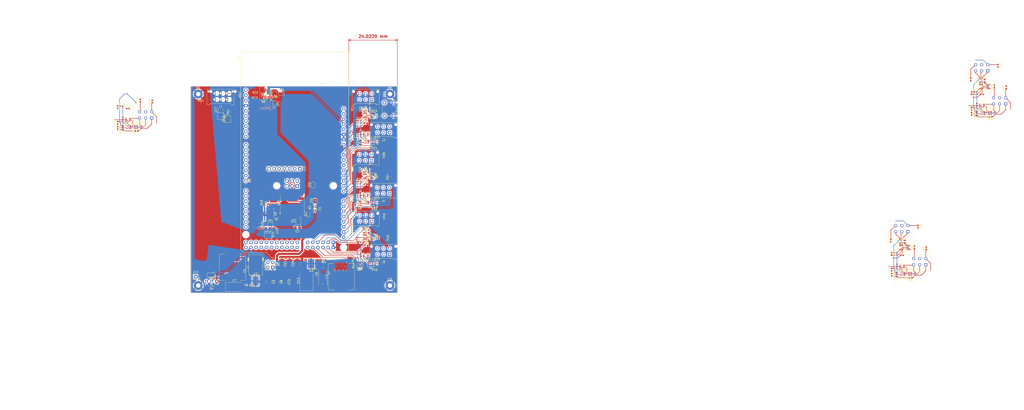
<source format=kicad_pcb>
(kicad_pcb (version 20240108) (generator "pcbnew") (generator_version "8.0")
  (layers (0 "F.Cu" signal) (31 "B.Cu" signal) (34 "B.Paste" user) (35 "F.Paste" user) (36 "B.SilkS" user "B.Silkscreen") (37 "F.SilkS" user "F.Silkscreen") (38 "B.Mask" user) (39 "F.Mask" user) (44 "Edge.Cuts" user))
  (net 0 "")
  (net 2 "button5_1")
  (net 3 "button3_3")
  (net 4 "button6_2")
  (net 5 "Net-(D15-K)")
  (net 8 "button4_1")
  (net 10 "Net-(D13-K)")
  (net 11 "button3_0")
  (net 14 "button5_3")
  (net 15 "button5_2")
  (net 18 "MCU_5V")
  (net 21 "+5V")
  (net 22 "button4_0")
  (net 23 "MCU_MISO")
  (net 25 "button4_2")
  (net 27 "button1_0")
  (net 30 "CAN_CS")
  (net 33 "MCU_SCL")
  (net 34 "button6_3")
  (net 35 "button5_0")
  (net 36 "button1_1")
  (net 38 "MCU_CLK")
  (net 39 "+12V")
  (net 40 "button6_0")
  (net 42 "GND")
  (net 44 "button3_2")
  (net 45 "Net-(A1-D0{slash}RX0)")
  (net 47 "button2_0")
  (net 50 "LED_PWM_controller")
  (net 51 "button4_3")
  (net 52 "button1_2")
  (net 54 "button1_3")
  (net 55 "MCU_SDA")
  (net 56 "button2_3")
  (net 57 "button3_1")
  (net 58 "~{INT}")
  (net 59 "button2_2")
  (net 60 "+3.3V")
  (net 62 "button6_1")
  (net 63 "~{RESET}")
  (net 64 "button2_1")
  (net 67 "MCU_MOSI")
  (net 68 "Net-(U1-OSC2)")
  (net 69 "Net-(U1-OSC1)")
  (net 70 "Net-(JP5-A)")
  (net 71 "Net-(U2-BOOT)")
  (net 72 "CAN_H")
  (net 73 "CAN_L")
  (net 74 "+7V")
  (net 75 "Net-(U3-BOOT)")
  (net 76 "Net-(U1-RXCAN)")
  (net 77 "Net-(U1-TXCAN)")
  (net 78 "Net-(DZ1B-C2)")
  (net 79 "Net-(DZ1C-C3)")
  (net 80 "Net-(DZ1A-C1)")
  (net 81 "Net-(DZ2B-C2)")
  (net 82 "Net-(DZ2C-C3)")
  (net 83 "Net-(DZ2A-C1)")
  (net 84 "Net-(J1-Pin_6)")
  (net 85 "Net-(J2-Pin_6)")
  (net 86 "Net-(JP8-B)")
  (net 87 "SDO")
  (net 88 "Net-(JP6-A)")
  (net 90 "SDA_3V")
  (net 91 "SCL_3V")
  (net 92 "Net-(U6-S)")
  (net 93 "Net-(U3-VSENSE)")
  (net 94 "Net-(U2-VSENSE)")
  (net 95 "Net-(JP4-A)")
  (net 96 "Net-(JP3-A)")
  (net 101 "Net-(Q5B-D2)")
  (net 102 "MCU_GND")
  (net 109 "CAN_INT")
  (net 115 "INT1")
  (net 117 "INT2")
  (net 121 "Net-(Q3B-D2)")
  (net 122 "LED_PWM")
  (net 130 "Net-(D1C-A3)")
  (net 131 "Net-(D1B-A3)")
  (net 132 "Net-(D1A-A3)")
  (net 133 "Net-(D2B-A3)")
  (net 134 "Net-(D2C-A3)")
  (net 135 "Net-(D2A-A3)")
  (net 143 "Net-(JP8-C)")
  (net 144 "+5V_MCU")
  (net 145 "Net-(D16-Pad2)")
  (net 146 "Net-(D17-Pad2)")
  (net 147 "Net-(D5C-A3)")
  (net 149 "Net-(D5B-A3)")
  (net 150 "Net-(D5A-A3)")
  (net 151 "Net-(D6C-A3)")
  (net 152 "Net-(D6B-A3)")
  (net 153 "Net-(D6A-A3)")
  (net 154 "Net-(D7A-A3)")
  (net 155 "/LED and Buttons/Connector_4/button_1_1")
  (net 156 "Net-(D7B-A3)")
  (net 157 "/LED and Buttons/Connector_4/button_1_2")
  (net 158 "Net-(D7C-A3)")
  (net 159 "/LED and Buttons/Connector_4/button_1_3")
  (net 160 "Net-(D8B-A3)")
  (net 161 "/LED and Buttons/Connector_4/button_2_2")
  (net 162 "Net-(D8C-A3)")
  (net 163 "/LED and Buttons/Connector_4/button_2_3")
  (net 164 "/LED and Buttons/Connector_4/button_2_1")
  (net 165 "Net-(D8A-A3)")
  (net 166 "Net-(D9C-A3)")
  (net 167 "Net-(D9A-A3)")
  (net 168 "Net-(D9B-A3)")
  (net 169 "/LED and Buttons/Connector_5/button_1_3")
  (net 170 "/LED and Buttons/Connector_5/button_1_1")
  (net 171 "/LED and Buttons/Connector_5/button_1_2")
  (net 172 "/LED and Buttons/Connector_5/button_2_1")
  (net 173 "Net-(D10C-A3)")
  (net 174 "Net-(D10A-A3)")
  (net 175 "Net-(D10B-A3)")
  (net 176 "/LED and Buttons/Connector_5/button_2_3")
  (net 177 "/LED and Buttons/Connector_5/button_2_2")
  (net 178 "Net-(D11C-A3)")
  (net 179 "/LED and Buttons/Connector_6/button_1_2")
  (net 180 "/LED and Buttons/Connector_6/button_1_3")
  (net 181 "Net-(D11A-A3)")
  (net 182 "Net-(D11B-A3)")
  (net 183 "/LED and Buttons/Connector_6/button_1_1")
  (net 184 "Net-(D12B-A3)")
  (net 185 "/LED and Buttons/Connector_6/button_2_1")
  (net 186 "Net-(D12C-A3)")
  (net 187 "/LED and Buttons/Connector_6/button_2_3")
  (net 188 "Net-(D12A-A3)")
  (net 189 "/LED and Buttons/Connector_6/button_2_2")
  (net 190 "Net-(DZ5A-C1)")
  (net 191 "Net-(DZ5B-C2)")
  (net 192 "Net-(DZ5C-C3)")
  (net 193 "Net-(DZ6A-C1)")
  (net 194 "Net-(DZ6C-C3)")
  (net 195 "Net-(DZ6B-C2)")
  (net 196 "Net-(DZ7A-C1)")
  (net 197 "Net-(DZ7B-C2)")
  (net 198 "Net-(DZ7C-C3)")
  (net 199 "Net-(DZ8A-C1)")
  (net 200 "Net-(DZ8C-C3)")
  (net 201 "Net-(DZ8B-C2)")
  (net 202 "Net-(DZ9A-C1)")
  (net 203 "Net-(DZ9C-C3)")
  (net 204 "Net-(DZ9B-C2)")
  (net 205 "Net-(DZ10B-C2)")
  (net 206 "Net-(DZ10A-C1)")
  (net 207 "Net-(DZ10C-C3)")
  (net 208 "Net-(DZ11C-C3)")
  (net 209 "Net-(DZ11A-C1)")
  (net 210 "Net-(DZ11B-C2)")
  (net 211 "Net-(DZ12C-C3)")
  (net 212 "Net-(DZ12A-C1)")
  (net 213 "Net-(DZ12B-C2)")
  (net 214 "Net-(J5-Pin_6)")
  (net 215 "Net-(J6-Pin_6)")
  (net 216 "Net-(J7-Pin_6)")
  (net 217 "/LED and Buttons/Connector_4/button_1_0")
  (net 218 "Net-(J8-Pin_6)")
  (net 219 "/LED and Buttons/Connector_4/button_2_0")
  (net 220 "Net-(J9-Pin_6)")
  (net 221 "/LED and Buttons/Connector_5/button_1_0")
  (net 222 "/LED and Buttons/Connector_5/button_2_0")
  (net 223 "Net-(J10-Pin_6)")
  (net 224 "/LED and Buttons/Connector_6/button_1_0")
  (net 225 "Net-(J11-Pin_6)")
  (net 226 "Net-(J12-Pin_6)")
  (net 227 "/LED and Buttons/Connector_6/button_2_0")
  (net 228 "Net-(Q10B-D2)")
  (net 229 "Net-(Q11B-D2)")
  (net 230 "Net-(Q13B-D2)")
  (net 231 "Net-(Q14B-D2)")
  (net 232 "Net-(Q16B-D2)")
  (net 233 "Net-(Q17B-D2)")
  (net 234 "Net-(Q19B-D2)")
  (net 235 "Net-(Q20B-D2)")
  (net 236 "Net-(D3C-A3)")
  (net 237 "Net-(D3A-A3)")
  (net 238 "Net-(D3B-A3)")
  (net 239 "Net-(D4C-A3)")
  (net 240 "Net-(D4B-A3)")
  (net 241 "Net-(D4A-A3)")
  (net 242 "Net-(DZ3A-C1)")
  (net 243 "Net-(DZ3C-C3)")
  (net 244 "Net-(DZ3B-C2)")
  (net 245 "Net-(DZ4C-C3)")
  (net 246 "Net-(DZ4B-C2)")
  (net 247 "Net-(DZ4A-C1)")
  (net 248 "Net-(J3-Pin_6)")
  (net 249 "Net-(J4-Pin_6)")
  (net 250 "Net-(Q7B-D2)")
  (net 251 "Net-(Q8B-D2)")
  (footprint "Capacitor_SMD:C_1210_3225Metric_Pad1.33x2.70mm_HandSolder" (layer "F.Cu") (at 220.98 125.802 90)
    (property "Reference" "C16")
    (property "Value" "GRM32ER61E226KE15L")
  )
  (footprint "Inductor_SMD:L_Bourns_SRR1208_12.7x12.7mm" (layer "F.Cu") (at 188.976 127.508 -90)
    (property "Reference" "L1")
    (property "Value" "15uH")
  )
  (footprint "MountingHole:MountingHole_2.2mm_M2_Pad" (layer "F.Cu") (at 172.085 41.91)
    (property "Reference" "H1")
    (property "Value" "MountingHole_Pad")
  )
  (footprint "Resistor_SMD:R_0402_1005Metric_Pad0.72x0.64mm_HandSolder" (layer "F.Cu") (at 519.46 121.597502)
    (property "Reference" "R62")
    (property "Value" "10k")
  )
  (footprint "Resistor_SMD:R_0402_1005Metric_Pad0.72x0.64mm_HandSolder" (layer "F.Cu") (at 256.296487 49.516174 90)
    (property "Reference" "R17")
    (property "Value" "180")
  )
  (footprint "Inductor_SMD:L_Bourns_SRR1208_12.7x12.7mm" (layer "F.Cu") (at 242.665176 132.109854 90)
    (property "Reference" "L3")
    (property "Value" "15uH")
  )
  (footprint "Resistor_SMD:R_0402_1005Metric_Pad0.72x0.64mm_HandSolder" (layer "F.Cu") (at 252.3 61.3 -90)
    (property "Reference" "R24")
    (property "Value" "10k")
  )
  (footprint "Package_TO_SOT_SMD:SOT-363_SC-70-6" (layer "F.Cu") (at 254.3 109.42994 90)
    (property "Reference" "DZ5")
    (property "Value" "BZX84C3V3TS-7-F")
  )
  (footprint "Connector_Molex:Molex_Micro-Fit_3.0_43045-0612_2x03_P3.00mm_Vertical" (layer "F.Cu") (at 266.45 91.05 180)
    (property "Reference" "J4")
    (property "Value" "Button 1 molex-µfit connector")
  )
  (footprint "Package_SO:SOIC-18W_7.5x11.6mm_P1.27mm" (layer "F.Cu") (at 218.44 96.0628 90)
    (property "Reference" "U1")
    (property "Value" "MCP2515-xSO")
  )
  (footprint "Resistor_SMD:R_0402_1005Metric_Pad0.72x0.64mm_HandSolder" (layer "F.Cu") (at 553.4 34.750001 90)
    (property "Reference" "R78")
    (property "Value" "100")
  )
  (footprint "Resistor_SMD:R_0402_1005Metric_Pad0.72x0.64mm_HandSolder" (layer "F.Cu") (at 516.3575 120.400002)
    (property "Reference" "R67")
    (property "Value" "10k")
  )
  (footprint "Package_TO_SOT_SMD:SOT-363_SC-70-6" (layer "F.Cu") (at 518.96 114.529942 90)
    (property "Reference" "DZ9")
    (property "Value" "BZX84C3V3TS-7-F")
  )
  (footprint "Resistor_SMD:R_0402_1005Metric_Pad0.72x0.64mm_HandSolder" (layer "F.Cu") (at 258.9 49.1 180)
    (property "Reference" "R23")
    (property "Value" "10k")
  )
  (footprint "PCM_Package_TO_SOT_SMD_AKL:SOT-23" (layer "F.Cu") (at 206.4879 111.4392 -90)
    (property "Reference" "D14")
    (property "Value" "PESD1CAN" (hide yes))
  )
  (footprint "Resistor_SMD:R_0402_1005Metric_Pad0.72x0.64mm_HandSolder" (layer "F.Cu") (at 553.8 41.395001 -90)
    (property "Reference" "R77")
    (property "Value" "10k")
  )
  (footprint "Resistor_SMD:R_0402_1005Metric_Pad0.72x0.64mm_HandSolder" (layer "F.Cu") (at 262.6 72.2 -90)
    (property "Reference" "R28")
    (property "Value" "10k")
  )
  (footprint "Capacitor_SMD:C_1210_3225Metric_Pad1.33x2.70mm_HandSolder" (layer "F.Cu") (at 214.63 134.75 -90)
    (property "Reference" "C10")
    (property "Value" "GRM32ER61E226KE15L")
  )
  (footprint "Jumper:SolderJumper-2_P1.3mm_Bridged_RoundedPad1.0x1.5mm" (layer "F.Cu") (at 207.6307 106.3244)
    (property "Reference" "JP4")
    (property "Value" "~")
  )
  (footprint "Connector_Molex:Molex_Micro-Fit_3.0_43045-0612_2x03_P3.00mm_Vertical" (layer "F.Cu") (at 186.055 44.58 180)
    (property "Reference" "J7")
    (property "Value" "Button 1 molex-µfit connector")
  )
  (footprint "Resistor_SMD:R_0402_1005Metric_Pad0.72x0.64mm_HandSolder" (layer "F.Cu") (at 514.36 120.895002 -90)
    (property "Reference" "R65")
    (property "Value" "10k")
  )
  (footprint "Connector_Molex:Molex_Micro-Fit_3.0_43045-0612_2x03_P3.00mm_Vertical" (layer "F.Cu") (at 522.36 109.900002 180)
    (property "Reference" "J9")
    (property "Value" "Button 1 molex-µfit connector")
  )
  (footprint "Resistor_SMD:R_0402_1005Metric_Pad0.72x0.64mm_HandSolder" (layer "F.Cu") (at 204.9995 106.0583 90)
    (property "Reference" "R26")
    (property "Value" "120")
  )
  (footprint "Package_SO:TI_SO-PowerPAD-8_ThermalVias" (layer "F.Cu") (at 227.805 125.765 180)
    (property "Reference" "U3")
    (property "Value" "TPS5430DDA")
  )
  (footprint "Capacitor_SMD:C_1210_3225Metric_Pad1.33x2.70mm_HandSolder" (layer "F.Cu") (at 217.17 125.802 90)
    (property "Reference" "C11")
    (property "Value" "GRM32ER61E226KE15L")
  )
  (footprint "PCM_Package_TO_SOT_SMD_AKL:SOT-363_SC-70-6" (layer "F.Cu") (at 562.014556 38.256211 -90)
    (property "Reference" "Q19")
    (property "Value" "2N7002DW" (hide yes))
  )
  (footprint "Resistor_SMD:R_0402_1005Metric_Pad0.72x0.64mm_HandSolder" (layer "F.Cu") (at 266.7 82.8975 90)
    (property "Reference" "R34")
    (property "Value" "100")
  )
  (footprint "MountingHole:MountingHole_2.2mm_M2_Pad" (layer "F.Cu") (at 172.085 136.525)
    (property "Reference" "H2")
    (property "Value" "MountingHole_Pad")
  )
  (footprint "PCM_Package_TO_SOT_SMD_AKL:SOT-363_SC-70-6" (layer "F.Cu") (at 257.814556 82.55621 -90)
    (property "Reference" "Q7")
    (property "Value" "2N7002DW" (hide yes))
  )
  (footprint "Resistor_SMD:R_0402_1005Metric_Pad0.72x0.64mm_HandSolder" (layer "F.Cu") (at 207.01 43.815 -90)
    (property "Reference" "R12")
    (property "Value" "10k")
  )
  (footprint "Resistor_SMD:R_0402_1005Metric_Pad0.72x0.64mm_HandSolder" (layer "F.Cu") (at 563.2 53.200001 180)
    (property "Reference" "R81")
    (property "Value" "180")
  )
  (footprint "PCM_Package_TO_SOT_SMD_AKL:SOT-363_SC-70-6" (layer "F.Cu") (at 522.574556 117.756212 -90)
    (property "Reference" "Q16")
    (property "Value" "2N7002DW" (hide yes))
  )
  (footprint "Connector_Molex:Molex_Micro-Fit_3.0_43045-0612_2x03_P3.00mm_Vertical" (layer "F.Cu") (at 257.6 74.7 180)
    (property "Reference" "J3")
    (property "Value" "Button 1 molex-µfit connector")
  )
  (footprint "Diode_SMD:D_SMC" (layer "F.Cu") (at 225.5 134.2 90)
    (property "Reference" "D13")
    (property "Value" "B220-13-F")
  )
  (footprint "Package_TO_SOT_SMD:SOT-363_SC-70-6" (layer "F.Cu") (at 260.4 125.65)
    (property "Reference" "DZ6")
    (property "Value" "BZX84C3V3TS-7-F")
  )
  (footprint "PCM_Package_TO_SOT_SMD_AKL:SOT-363_SC-70-6" (layer "F.Cu") (at 257.15 65.4525 180)
    (property "Reference" "D2")
    (property "Value" "BAS16VYs" (hide yes))
  )
  (footprint "Resistor_SMD:R_0402_1005Metric_Pad0.72x0.64mm_HandSolder" (layer "F.Cu") (at 210.234154 44.449999)
    (property "Reference" "R8")
    (property "Value" "10k")
  )
  (footprint "Resistor_SMD:R_0402_1005Metric_Pad0.72x0.64mm_HandSolder" (layer "F.Cu") (at 249.3 109.15 90)
    (property "Reference" "R42")
    (property "Value" "100")
  )
  (footprint "Resistor_SMD:R_0402_1005Metric_Pad0.72x0.64mm_HandSolder" (layer "F.Cu") (at 134.26 47.86)
    (property "Reference" "R55")
    (property "Value" "10k")
  )
  (footprint "PCM_Package_TO_SOT_SMD_AKL:SOT-363_SC-70-6" (layer "F.Cu") (at 257.05 95.55 180)
    (property "Reference" "D4")
    (property "Value" "BAS16VYs" (hide yes))
  )
  (footprint "PCM_Package_TO_SOT_SMD_AKL:SOT-363_SC-70-6" (layer "F.Cu") (at 519.074556 117.756212 -90)
    (property "Reference" "D9")
    (property "Value" "BAS16VYs" (hide yes))
  )
  (footprint "Resistor_SMD:R_0402_1005Metric_Pad0.72x0.64mm_HandSolder" (layer "F.Cu") (at 525.56 117.597502 90)
    (property "Reference" "R72")
    (property "Value" "10k")
  )
  (footprint "Button_Switch_THT:SW_PUSH_6mm" (layer "F.Cu") (at 268.5 46.1 -90)
    (property "Reference" "SW1")
    (property "Value" "Push_Button")
  )
  (footprint "Connector_PinSocket_2.54mm:PinSocket_2x02_P2.54mm_Vertical" (layer "F.Cu") (at 208.915 127.635 -90)
    (property "Reference" "J0")
    (property "Value" "Quick_connector")
  )
  (footprint "Capacitor_SMD:C_0805_2012Metric_Pad1.18x1.45mm_HandSolder" (layer "F.Cu") (at 228.3 98.6375 -90)
    (property "Reference" "C13")
    (property "Value" "0.1uF")
  )
  (footprint "Resistor_SMD:R_0402_1005Metric_Pad0.72x0.64mm_HandSolder" (layer "F.Cu") (at 256.296487 109.713674 90)
    (property "Reference" "R39")
    (property "Value" "180")
  )
  (footprint "Resistor_SMD:R_0402_1005Metric_Pad0.72x0.64mm_HandSolder" (layer "F.Cu") (at 210.7399 104.8512)
    (property "Reference" "R2")
    (property "Value" "10k")
  )
  (footprint "Resistor_SMD:R_0402_1005Metric_Pad0.72x0.64mm_HandSolder" (layer "F.Cu") (at 251.5975 85.2)
    (property "Reference" "R31")
    (property "Value" "10k")
  )
  (footprint "Connector_Molex:Molex_Micro-Fit_3.0_43045-0612_2x03_P3.00mm_Vertical" (layer "F.Cu") (at 257.7 44.6025 180)
    (property "Reference" "J1")
    (property "Value" "Button 1 molex-µfit connector")
  )
  (footprint "Jumper:SolderJumper-2_P1.3mm_Open_RoundedPad1.0x1.5mm" (layer "F.Cu") (at 209.823321 46.653269 -90)
    (property "Reference" "JP1")
    (property "Value" "~")
  )
  (footprint "Package_TO_SOT_SMD:SOT-363_SC-70-6" (layer "F.Cu") (at 525.06 130.750002)
    (property "Reference" "DZ10")
    (property "Value" "BZX84C3V3TS-7-F")
  )
  (footprint "PCM_Package_TO_SOT_SMD_AKL:SOT-363_SC-70-6" (layer "F.Cu") (at 257.914556 112.65621 -90)
    (property "Reference" "Q10")
    (property "Value" "2N7002DW" (hide yes))
  )
  (footprint "Capacitor_SMD:C_1210_3225Metric_Pad1.33x2.70mm_HandSolder" (layer "F.Cu") (at 207.01 134.75 -90)
    (property "Reference" "C3")
    (property "Value" "GRM32ER61E226KE15L")
  )
  (footprint "PCM_Capacitor_Tantalum_SMD_AKL:CAP_10TPB220ML" (layer "F.Cu") (at 233.6 132.7 -90)
    (property "Reference" "C17")
    (property "Value" "10TPB220ML")
  )
  (footprint "Resistor_SMD:R_0402_1005Metric_Pad0.72x0.64mm_HandSolder" (layer "F.Cu") (at 206.6544 95.6056 90)
    (property "Reference" "R1")
    (property "Value" "1k")
  )
  (footprint "Resistor_SMD:R_0402_1005Metric_Pad0.72x0.64mm_HandSolder" (layer "F.Cu") (at 226.06 98.0561 -90)
    (property "Reference" "R3")
    (property "Value" "1k")
  )
  (footprint "PCM_Package_TO_SOT_SMD_AKL:SOT-363_SC-70-6" (layer "F.Cu") (at 186.705 54.295 90)
    (property "Reference" "Q13")
    (property "Value" "2N7002DW" (hide yes))
  )
  (footprint "PCM_Package_TO_SOT_SMD_AKL:SOT-363_SC-70-6" (layer "F.Cu") (at 561.25 51.250001 180)
    (property "Reference" "D12")
    (property "Value" "BAS16VYs" (hide yes))
  )
  (footprint "Resistor_SMD:R_0402_1005Metric_Pad0.72x0.64mm_HandSolder" (layer "F.Cu") (at 513.96 114.250002 90)
    (property "Reference" "R66")
    (property "Value" "100")
  )
  (footprint "Package_TO_SOT_SMD:SOT-363_SC-70-6" (layer "F.Cu") (at 254.3 49.23244 90)
    (property "Reference" "DZ1")
    (property "Value" "BZX84C3V3TS-7-F")
  )
  (footprint "PCM_Package_TO_SOT_SMD_AKL:SOT-363_SC-70-6" (layer "F.Cu") (at 254.75 122.05 180)
    (property "Reference" "Q12")
    (property "Value" "2N7002DW" (hide yes))
  )
  (footprint "Resistor_SMD:R_0402_1005Metric_Pad0.72x0.64mm_HandSolder" (layer "F.Cu") (at 249.7 55.5975 -90)
    (property "Reference" "R16")
    (property "Value" "10k")
  )
  (footprint "MountingHole:MountingHole_2.2mm_M2_Pad" (layer "F.Cu") (at 266.7 41.91)
    (property "Reference" "H4")
    (property "Value" "MountingHole_Pad")
  )
  (footprint "Connector_Molex:Molex_Micro-Fit_3.0_43045-0612_2x03_P3.00mm_Vertical" (layer "F.Cu") (at 570.65 46.750001 180)
    (property "Reference" "J12")
    (property "Value" "Button 1 molex-µfit connector")
  )
  (footprint "Resistor_SMD:R_0402_1005Metric_Pad0.72x0.64mm_HandSolder" (layer "F.Cu") (at 262.7 42.1025 -90)
    (property "Reference" "R15")
    (property "Value" "10k")
  )
  (footprint "Capacitor_SMD:C_0402_1005Metric_Pad0.74x0.62mm_HandSolder" (layer "F.Cu") (at 196.1388 129.3368 90)
    (property "Reference" "C5")
    (property "Value" "10nF")
  )
  (footprint "Resistor_SMD:R_0402_1005Metric_Pad0.72x0.64mm_HandSolder" (layer "F.Cu") (at 560.396487 35.313675 90)
    (property "Reference" "R75")
    (property "Value" "180")
  )
  (footprint "LED_SMD:LED_0603_1608Metric_Pad1.05x0.95mm_HandSolder" (layer "F.Cu") (at 226.4664 101.0018 90)
    (property "Reference" "D17")
    (property "Value" "KT-0603R")
  )
  (footprint "Resistor_SMD:R_0402_1005Metric_Pad0.72x0.64mm_HandSolder" (layer "F.Cu") (at 252.2 91.3975 -90)
    (property "Reference" "R37")
    (property "Value" "10k")
  )
  (footprint "Resistor_SMD:R_0402_1005Metric_Pad0.72x0.64mm_HandSolder" (layer "F.Cu") (at 191.597527 42.309542 -90)
    (property "Reference" "R52")
    (property "Value" "10k")
  )
  (footprint "Jumper:SolderJumper-3_P1.3mm_Bridged12_RoundedPad1.0x1.5mm" (layer "F.Cu") (at 178.4304 131.2164 180)
    (property "Reference" "JP8")
    (property "Value" "~")
  )
  (footprint "Resistor_SMD:R_0402_1005Metric_Pad0.72x0.64mm_HandSolder" (layer "F.Cu") (at 249.3 48.9525 90)
    (property "Reference" "R14")
    (property "Value" "100")
  )
  (footprint "PCM_Package_TO_SOT_SMD_AKL:SOT-363_SC-70-6" (layer "F.Cu") (at 257.15 125.65 180)
    (property "Reference" "D6")
    (property "Value" "BAS16VYs" (hide yes))
  )
  (footprint "Resistor_SMD:R_0402_1005Metric_Pad0.72x0.64mm_HandSolder" (layer "F.Cu") (at 249.7 123.595 90)
    (property "Reference" "R47")
    (property "Value" "10k")
  )
  (footprint "Connector_Molex:Molex_Micro-Fit_3.0_43045-0612_2x03_P3.00mm_Vertical" (layer "F.Cu") (at 561.8 30.400001 180)
    (property "Reference" "J11")
    (property "Value" "Button 1 molex-µfit connector")
  )
  (footprint "Resistor_SMD:R_0402_1005Metric_Pad0.72x0.64mm_HandSolder" (layer "F.Cu") (at 195.6175 137.7275)
    (property "Reference" "R6")
    (property "Value" "10k")
  )
  (footprint "Resistor_SMD:R_0402_1005Metric_Pad0.72x0.64mm_HandSolder" (layer "F.Cu") (at 570.9 38.597501 90)
    (property "Reference" "R82")
    (property "Value" "100")
  )
  (footprint "Resistor_SMD:R_0402_1005Metric_Pad0.72x0.64mm_HandSolder" (layer "F.Cu") (at 187.96 50.7625 90)
    (property "Reference" "R51")
    (property "Value" "180")
  )
  (footprint "Resistor_SMD:R_0402_1005Metric_Pad0.72x0.64mm_HandSolder" (layer "F.Cu") (at 553.8 51.697501 -90)
    (property "Reference" "R80")
    (property "Value" "10k")
  )
  (footprint "PCM_Package_TO_SOT_SMD_AKL:SOT-363_SC-70-6" (layer "F.Cu") (at 254.414556 52.45871 -90)
    (property "Reference" "D1")
    (property "Value" "BAS16VYs" (hide yes))
  )
  (footprint "PCM_Package_TO_SOT_SMD_AKL:SOT-363_SC-70-6" (layer "F.Cu") (at 516.56 131.100002 90)
    (property "Reference" "Q17")
    (property "Value" "2N7002DW" (hide yes))
  )
  (footprint "Resistor_SMD:R_0402_1005Metric_Pad0.72x0.64mm_HandSolder" (layer "F.Cu") (at 149.3625 45.5575 90)
    (property "Reference" "R58")
    (property "Value" "100")
  )
  (footprint "PCM_Package_TO_SOT_SMD_AKL:SOT-363_SC-70-6" (layer "F.Cu") (at 183.088986 52.806578 -90)
    (property "Reference" "D7")
    (property "Value" "BAS16VYs" (hide yes))
  )
  (footprint "Package_TO_SOT_SMD:SOT-363_SC-70-6" (layer "F.Cu") (at 260.3 95.55)
    (property "Reference" "DZ4")
    (property "Value" "BZX84C3V3TS-7-F")
  )
  (footprint "Package_SO:TI_SO-PowerPAD-8_ThermalVias" (layer "F.Cu") (at 200.373 134.2985)
    (property "Reference" "U2")
    (property "Value" "TPS5430DDA")
  )
  (footprint "Resistor_SMD:R_0402_1005Metric_Pad0.72x0.64mm_HandSolder" (layer "F.Cu") (at 566.8 27.900001 -90)
    (property "Reference" "R76")
    (property "Value" "10k")
  )
  (footprint "Resistor_SMD:R_0402_1005Metric_Pad0.72x0.64mm_HandSolder" (layer "F.Cu") (at 260.9 112.4975 90)
    (property "Reference" "R48")
    (property "Value" "10k")
  )
  (footprint "Resistor_SMD:R_0402_1005Metric_Pad0.72x0.64mm_HandSolder" (layer "F.Cu") (at 555.7975 40.900001)
    (property "Reference" "R79")
    (property "Value" "10k")
  )
  (footprint "Resistor_SMD:R_0402_1005Metric_Pad0.72x0.64mm_HandSolder" (layer "F.Cu") (at 141.6625 60.16 180)
    (property "Reference" "R57")
    (property "Value" "180")
  )
  (footprint "PCM_Package_TO_SOT_SMD_AKL:SOT-363_SC-70-6" (layer "F.Cu") (at 558.514556 38.256211 -90)
    (property "Reference" "D11")
    (property "Value" "BAS16VYs" (hide yes))
  )
  (footprint "Resistor_SMD:R_0402_1005Metric_Pad0.72x0.64mm_HandSolder" (layer "F.Cu") (at 249.2 79.05 90)
    (property "Reference" "R30")
    (property "Value" "100")
  )
  (footprint "Resistor_SMD:R_0402_1005Metric_Pad0.72x0.64mm_HandSolder" (layer "F.Cu") (at 553.8 49.195001 90)
    (property "Reference" "R83")
    (property "Value" "10k")
  )
  (footprint "Crystal:Crystal_SMD_3225-4Pin_3.2x2.5mm" (layer "F.Cu") (at 221.1324 104.4448 90)
    (property "Reference" "Y1")
    (property "Value" "16MHz")
  )
  (footprint "Jumper:SolderJumper-2_P1.3mm_Open_RoundedPad1.0x1.5mm" (layer "F.Cu") (at 213.064294 41.722917)
    (property "Reference" "JP6")
    (property "Value" "~")
  )
  (footprint "Connector_Molex:Molex_Micro-Fit_3.0_43045-0612_2x03_P3.00mm_Vertical" (layer "F.Cu") (at 257.7 104.8 180)
    (property "Reference" "J5")
    (property "Value" "Button 1 molex-µfit connector")
  )
  (footprint "Capacitor_SMD:C_0805_2012Metric_Pad1.18x1.45mm_HandSolder" (layer "F.Cu") (at 230.4336 98.6375 -90)
    (property "Reference" "C4")
    (property "Value" "0.1uF")
  )
  (footprint "PCM_Package_TO_SOT_SMD_AKL:SOT-363_SC-70-6" (layer "F.Cu") (at 251.9 126 90)
    (property "Reference" "Q11")
    (property "Value" "2N7002DW" (hide yes))
  )
  (footprint "Resistor_SMD:R_0402_1005Metric_Pad0.72x0.64mm_HandSolder" (layer "F.Cu") (at 249.8 126.7 90)
    (property "Reference" "R44")
    (property "Value" "10k")
  )
  (footprint "PCM_Diode_SMD_AKL:D_SMC" (layer "F.Cu") (at 200.406 126.2888 -90)
    (property "Reference" "D15")
    (property "Value" "30BQ040" (hide yes))
  )
  (footprint "Resistor_SMD:R_0402_1005Metric_Pad0.72x0.64mm_HandSolder" (layer "F.Cu") (at 249.7 65.9 -90)
    (property "Reference" "R19")
    (property "Value" "10k")
  )
  (footprint "Connector_Molex:Molex_Micro-Fit_3.0_43045-0612_2x03_P3.00mm_Vertical" (layer "F.Cu") (at 266.55 121.15 180)
    (property "Reference" "J6")
    (property "Value" "Button 1 molex-µfit connector")
  )
  (footprint "PCM_Package_TO_SOT_SMD_AKL:SOT-363_SC-70-6" (layer "F.Cu") (at 137.3125 54.61 180)
    (property "Reference" "Q15")
    (property "Value" "2N7002DW" (hide yes))
  )
  (footprint "Resistor_SMD:R_0402_1005Metric_Pad0.72x0.64mm_HandSolder" (layer "F.Cu") (at 558.9 42.097501)
    (property "Reference" "R74")
    (property "Value" "10k")
  )
  (footprint "PCM_Package_TO_SOT_SMD_AKL:SOT-363_SC-70-6" (layer "F.Cu") (at 254.65 91.95 180)
    (property "Reference" "Q9")
    (property "Value" "2N7002DW" (hide yes))
  )
  (footprint "Resistor_SMD:R_0402_1005Metric_Pad0.72x0.64mm_HandSolder" (layer "F.Cu") (at 520.956487 114.813676 90)
    (property "Reference" "R63")
    (property "Value" "180")
  )
  (footprint "Resistor_SMD:R_0402_1005Metric_Pad0.72x0.64mm_HandSolder" (layer "F.Cu") (at 252.3 121.4975 -90)
    (property "Reference" "R49")
    (property "Value" "10k")
  )
  (footprint "PCM_Package_TO_SOT_SMD_AKL:SOT-363_SC-70-6" (layer "F.Cu") (at 251.9 65.8025 90)
    (property "Reference" "Q3")
    (property "Value" "2N7002DW" (hide yes))
  )
  (footprint "Resistor_SMD:R_0402_1005Metric_Pad0.72x0.64mm_HandSolder" (layer "F.Cu") (at 232.41 124.4975 -90)
    (property "Reference" "R5")
    (property "Value" "FRC0402F2101TS")
  )
  (footprint "Connector_Molex:Molex_Micro-Fit_3.0_43045-0612_2x03_P3.00mm_Vertical" (layer "F.Cu") (at 266.55 60.9525 180)
    (property "Reference" "J2")
    (property "Value" "Button 1 molex-µfit connector")
  )
  (footprint "Package_TO_SOT_SMD:SOT-363_SC-70-6" (layer "F.Cu") (at 564.5 51.250001)
    (property "Reference" "DZ12")
    (property "Value" "BZX84C3V3TS-7-F")
  )
  (footprint "Resistor_SMD:R_0402_1005Metric_Pad0.72x0.64mm_HandSolder" (layer "F.Cu") (at 527.36 107.400002 -90)
    (property "Reference" "R64")
    (property "Value" "10k")
  )
  (footprint "Resistor_SMD:R_0402_1005Metric_Pad0.72x0.64mm_HandSolder" (layer "F.Cu") (at 251.6975 115.3)
    (property "Reference" "R43")
    (property "Value" "10k")
  )
  (footprint "Resistor_SMD:R_0402_1005Metric_Pad0.72x0.64mm_HandSolder" (layer "F.Cu") (at 266.8 112.9975 90)
    (property "Reference" "R46")
    (property "Value" "100")
  )
  (footprint "LED_SMD:LED_0603_1608Metric_Pad1.05x0.95mm_HandSolder" (layer "F.Cu") (at 204.6732 95.504 90)
    (property "Reference" "D16")
    (property "Value" "KT-0603R")
  )
  (footprint "PCM_Package_TO_SOT_SMD_AKL:SOT-363_SC-70-6" (layer "F.Cu") (at 254.75 61.8525 180)
    (property "Reference" "Q2")
    (property "Value" "2N7002DW" (hide yes))
  )
  (footprint "Resistor_SMD:R_0402_1005Metric_Pad0.72x0.64mm_HandSolder" (layer "F.Cu") (at 259.1 67.4025 180)
    (property "Reference" "R21")
    (property "Value" "180")
  )
  (footprint "MountingHole:MountingHole_2.2mm_M2_Pad" (layer "F.Cu") (at 266.7 136.525)
    (property "Reference" "H3")
    (property "Value" "MountingHole_Pad")
  )
  (footprint "Package_TO_SOT_SMD:SOT-363_SC-70-6" (layer "F.Cu") (at 260.4 65.4525)
    (property "Reference" "DZ2")
    (property "Value" "BZX84C3V3TS-7-F")
  )
  (footprint "Resistor_SMD:R_0402_1005Metric_Pad0.72x0.64mm_HandSolder" (layer "F.Cu") (at 260.8 82.3975 90)
    (property "Reference" "R36")
    (property "Value" "10k")
  )
  (footprint "Connector_PinHeader_2.54mm:PinHeader_1x07_P2.54mm_Vertical" (layer "F.Cu") (at 222.25 78.8416 -90)
    (property "Reference" "J15")
    (property "Value" "CAN pin header")
  )
  (footprint "Resistor_SMD:R_0402_1005Metric_Pad0.72x0.64mm_HandSolder" (layer "F.Cu") (at 134.8625 54.0575 -90)
    (property "Reference" "R61")
    (property "Value" "10k")
  )
  (footprint "Capacitor_SMD:C_0402_1005Metric_Pad0.74x0.62mm_HandSolder" (layer "F.Cu") (at 229.4 130.9 -90)
    (property "Reference" "C9")
    (property "Value" "10nF")
  )
  (footprint "Resistor_SMD:R_0402_1005Metric_Pad0.72x0.64mm_HandSolder" (layer "F.Cu") (at 173.355 46.355)
    (property "Reference" "R54")
    (property "Value" "100")
  )
  (footprint "Resistor_SMD:R_0402_1005Metric_Pad0.72x0.64mm_HandSolder" (layer "F.Cu") (at 249.6 93.495 90)
    (property "Reference" "R35")
    (property "Value" "10k")
  )
  (footprint "Package_TO_SOT_SMD:SOT-363_SC-70-6" (layer "F.Cu") (at 183.07291 49.583859 90)
    (property "Reference" "DZ7")
    (property "Value" "BZX84C3V3TS-7-F")
  )
  (footprint "Package_TO_SOT_SMD:SOT-363_SC-70-6" (layer "F.Cu") (at 142.9625 58.21)
    (property "Reference" "DZ8")
    (property "Value" "BZX84C3V3TS-7-F")
  )
  (footprint "Resistor_SMD:R_0402_1005Metric_Pad0.72x0.64mm_HandSolder" (layer "F.Cu") (at 262.7 102.3 -90)
    (property "Reference" "R40")
    (property "Value" "10k")
  )
  (footprint "Resistor_SMD:R_0402_1005Metric_Pad0.72x0.64mm_HandSolder" (layer "F.Cu") (at 259 97.5 180)
    (property "Reference" "R33")
    (property "Value" "180")
  )
  (footprint "Jumper:SolderJumper-2_P1.3mm_Bridged_RoundedPad1.0x1.5mm" (layer "F.Cu") (at 229.7 94.75 90)
    (property "Reference" "JP5")
    (property "Value" "~")
  )
  (footprint "Capacitor_SMD:C_0805_2012Metric_Pad1.18x1.45mm_HandSolder" (layer "F.Cu") (at 202.5396 106.6292 180)
    (property "Reference" "C14")
    (property "Value" "14pF")
  )
  (footprint "Resistor_SMD:R_0402_1005Metric_Pad0.72x0.64mm_HandSolder" (layer "F.Cu") (at 514.36 131.197502 -90)
    (property "Reference" "R68")
    (property "Value" "10k")
  )
  (footprint "Resistor_SMD:R_0402_1005Metric_Pad0.72x0.64mm_HandSolder" (layer "F.Cu") (at 200.025 42.545 180)
    (property "Reference" "R13")
    (property "Value" "10k")
  )
  (footprint "Resistor_SMD:R_0402_1005Metric_Pad0.72x0.64mm_HandSolder" (layer "F.Cu") (at 132.2625 58.6575 -90)
    (property "Reference" "R56")
    (property "Value" "10k")
  )
  (footprint "Capacitor_SMD:C_0805_2012Metric_Pad1.18x1.45mm_HandSolder" (layer "F.Cu") (at 209.4699 109.5248 -90)
    (property "Reference" "C15")
    (property "Value" "14pF")
  )
  (footprint "Resistor_SMD:R_0402_1005Metric_Pad0.72x0.64mm_HandSolder" (layer "F.Cu") (at 200.126794 40.005 180)
    (property "Reference" "R10")
    (property "Value" "10k")
  )
  (footprint "Capacitor_SMD:C_0805_2012Metric_Pad1.18x1.45mm_HandSolder" (layer "F.Cu") (at 206.4219 108.5596 180)
    (property "Reference" "C12")
    (property "Value" "14pF")
  )
  (footprint "Resistor_SMD:R_0402_1005Metric_Pad0.72x0.64mm_HandSolder" (layer "F.Cu") (at 143.4625 45.0575 90)
    (property "Reference" "R60")
    (property "Value" "10k")
  )
  (footprint "PCM_Package_TO_SOT_SMD_AKL:SOT-363_SC-70-6" (layer "F.Cu") (at 139.7125 58.21 180)
    (property "Reference" "D8")
    (property "Value" "BAS16VYs" (hide yes))
  )
  (footprint "Resistor_SMD:R_0402_1005Metric_Pad0.72x0.64mm_HandSolder" (layer "F.Cu") (at 206.976732 40.423309 -90)
    (property "Reference" "R9")
    (property "Value" "10k")
  )
  (footprint "Package_LGA:LGA-14_3x2.5mm_P0.5mm_LayoutBorder3x4y" (layer "F.Cu") (at 210.394191 42.138566 90)
    (property "Reference" "U5")
    (property "Value" "ISM330DHCX")
  )
  (footprint "Capacitor_SMD:C_1210_3225Metric_Pad1.33x2.70mm_HandSolder" (layer "F.Cu") (at 210.82 134.75 -90)
    (property "Reference" "C8")
    (property "Value" "GRM32ER61E226KE15L")
  )
  (footprint "Capacitor_SMD:C_0805_2012Metric_Pad1.18x1.45mm_HandSolder" (layer "F.Cu") (at 221.0308 108.0516 180)
    (property "Reference" "C2")
    (property "Value" "15pF")
  )
  (footprint "Resistor_SMD:R_0402_1005Metric_Pad0.72x0.64mm_HandSolder" (layer "F.Cu") (at 137.3625 49.0575)
    (property "Reference" "R50")
    (property "Value" "10k")
  )
  (footprint "PCM_Package_TO_SOT_SMD_AKL:SOT-363_SC-70-6" (layer "F.Cu") (at 254.314556 82.55621 -90)
    (property "Reference" "D3")
    (property "Value" "BAS16VYs" (hide yes))
  )
  (footprint "PCM_Package_TO_SOT_SMD_AKL:SOT-363_SC-70-6" (layer "F.Cu") (at 254.414556 112.65621 -90)
    (property "Reference" "D5")
    (property "Value" "BAS16VYs" (hide yes))
  )
  (footprint "Package_TO_SOT_SMD:SOT-363_SC-70-6" (layer "F.Cu") (at 558.4 35.029941 90)
    (property "Reference" "DZ11")
    (property "Value" "BZX84C3V3TS-7-F")
  )
  (footprint "Resistor_SMD:R_0402_1005Metric_Pad0.72x0.64mm_HandSolder" (layer "F.Cu") (at 254.7 86.3975)
    (property "Reference" "R25")
    (property "Value" "10k")
  )
  (footprint "Jumper:SolderJumper-2_P1.3mm_Bridged_RoundedPad1.0x1.5mm" (layer "F.Cu") (at 228.7524 86.8576 90)
    (property "Reference" "JP3")
    (property "Value" "~")
  )
  (footprint "Resistor_SMD:R_0402_1005Metric_Pad0.72x0.64mm_HandSolder" (layer "F.Cu") (at 251.6975 55.1025)
    (property "Reference" "R18")
    (property "Value" "10k")
  )
  (footprint "Resistor_SMD:R_0402_1005Metric_Pad0.72x0.64mm_HandSolder" (layer "F.Cu") (at 556.4 47.097501 -90)
    (property "Reference" "R85")
    (property "Value" "10k")
  )
  (footprint "Resistor_SMD:R_0402_1005Metric_Pad0.72x0.64mm_HandSolder" (layer "F.Cu") (at 198.1575 137.7275)
    (property "Reference" "R7")
    (property "Value" "3.24k")
  )
  (footprint "PCM_Package_TO_SOT_SMD_AKL:SOT-363_SC-70-6" (layer "F.Cu") (at 556 51.600001 90)
    (property "Reference" "Q20")
    (property "Value" "2N7002DW" (hide yes))
  )
  (footprint "Resistor_SMD:R_0402_1005Metric_Pad0.72x0.64mm_HandSolder" (layer "F.Cu") (at 255 116.7)
    (property "Reference" "R38")
    (property "Value" "10k")
  )
  (footprint "Resistor_SMD:R_0402_1005Metric_Pad0.72x0.64mm_HandSolder" (layer "F.Cu") (at 132.2625 56.155 90)
    (property "Reference" "R59")
    (property "Value" "10k")
  )
  (footprint "Resistor_SMD:R_0402_1005Metric_Pad0.72x0.64mm_HandSolder" (layer "F.Cu") (at 261.270904 52.877949 90)
    (property "Reference" "R20")
    (property "Value" "100")
  )
  (footprint "Resistor_SMD:R_0402_1005Metric_Pad0.72x0.64mm_HandSolder" (layer "F.Cu") (at 259.1 127.6 180)
    (property "Reference" "R45")
    (property "Value" "180")
  )
  (footprint "PCM_Package_TO_SOT_SMD_AKL:SOT-363_SC-70-6" (layer "F.Cu") (at 204.172517 39.817669 180)
    (property "Reference" "Q1")
    (property "Value" "BSS138BKS" (hide yes))
  )
  (footprint "PCM_Package_TO_SOT_SMD_AKL:SOT-363_SC-70-6" (layer "F.Cu") (at 134.4625 58.56 90)
    (property "Reference" "Q14")
    (property "Value" "2N7002DW" (hide yes))
  )
  (footprint "PCM_Package_TO_SOT_THT_AKL:TO-92_Inline_Wide_DGS" (layer "F.Cu") (at 181.2036 134.4676 180)
    (property "Reference" "Q4")
    (property "Value" "BS170" (hide yes))
  )
  (footprint "Resistor_SMD:R_0402_1005Metric_Pad0.72x0.64mm_HandSolder" (layer "F.Cu") (at 132.2625 48.355 -90)
    (property "Reference" "R53")
    (property "Value" "10k")
  )
  (footprint "Resistor_SMD:R_0402_1005Metric_Pad0.72x0.64mm_HandSolder" (layer "F.Cu") (at 234.315 123.825 180)
    (property "Reference" "R4")
    (property "Value" "10k")
  )
  (footprint "PCM_Package_TO_SOT_SMD_AKL:SOT-363_SC-70-6" (layer "F.Cu") (at 257.914556 52.45871 -90)
    (property "Reference" "Q5")
    (property "Value" "2N7002DW" (hide yes))
  )
  (footprint "Resistor_SMD:R_0402_1005Metric_Pad0.72x0.64mm_HandSolder" (layer "F.Cu") (at 565 38.097501 90)
    (property "Reference" "R84")
    (property "Value" "10k")
  )
  (footprint "Resistor_SMD:R_0402_1005Metric_Pad0.72x0.64mm_HandSolder" (layer "F.Cu") (at 250.2 113.4 90)
    (property "Reference" "R41")
    (property "Value" "10k")
  )
  (footprint "Package_SO:SOIC-8_3.9x4.9mm_P1.27mm" (layer "F.Cu") (at 206.7052 101.1428 -90)
    (property "Reference" "U6")
    (property "Value" "TJA1051T-3")
  )
  (footprint "Resistor_SMD:R_0402_1005Metric_Pad0.72x0.64mm_HandSolder" (layer "F.Cu") (at 249.7 63.3975 90)
    (property "Reference" "R22")
    (property "Value" "10k")
  )
  (footprint "PCM_Package_TO_SOT_SMD_AKL:SOT-363_SC-70-6" (layer "F.Cu") (at 251.8 95.9 90)
    (property "Reference" "Q8")
    (property "Value" "2N7002DW" (hide yes))
  )
  (footprint "Resistor_SMD:R_0402_1005Metric_Pad0.72x0.64mm_HandSolder" (layer "F.Cu") (at 249.6 95.9975 -90)
    (property "Reference" "R32")
    (property "Value" "10k")
  )
  (footprint "Resistor_SMD:R_0402_1005Metric_Pad0.72x0.64mm_HandSolder" (layer "F.Cu") (at 514.36 128.695002 90)
    (property "Reference" "R71")
    (property "Value" "10k")
  )
  (footprint "Capacitor_SMD:C_1210_3225Metric_Pad1.33x2.70mm_HandSolder" (layer "F.Cu") (at 213.36 125.802 90)
    (property "Reference" "C6")
    (property "Value" "GRM32ER61E226KE15L")
  )
  (footprint "Capacitor_Tantalum_SMD:CP_EIA-7343-15_Kemet-W" (layer "F.Cu") (at 189.9412 137.2108)
    (property "Reference" "C7")
    (property "Value" "220uF")
  )
  (footprint "PCM_Package_TO_SOT_SMD_AKL:SOT-363_SC-70-6" (layer "F.Cu") (at 519.41 127.150002 180)
    (property "Reference" "Q18")
    (property "Value" "2N7002DW" (hide yes))
  )
  (footprint "Package_TO_SOT_SMD:SOT-363_SC-70-6" (layer "F.Cu") (at 254.2 79.32994 90)
    (property "Reference" "DZ3")
    (property "Value" "BZX84C3V3TS-7-F")
  )
  (footprint "PCM_Package_TO_SOT_SMD_AKL:SOT-363_SC-70-6" (layer "F.Cu") (at 558.85 47.650001 180)
    (property "Reference" "Q21")
    (property "Value" "2N7002DW" (hide yes))
  )
  (footprint "PCM_Package_TO_SOT_SMD_AKL:SOT-363_SC-70-6" (layer "F.Cu") (at 521.81 130.750002 180)
    (property "Reference" "D10")
    (property "Value" "BAS16VYs" (hide yes))
  )
  (footprint "Resistor_SMD:R_0402_1005Metric_Pad0.72x0.64mm_HandSolder" (layer "F.Cu") (at 256.196487 79.613674 90)
    (property "Reference" "R27")
    (property "Value" "180")
  )
  (footprint "Connector_PinHeader_2.54mm:PinHeader_1x01_P2.54mm_Vertical" (layer "F.Cu") (at 170.7896 132.1816)
    (property "Reference" "J13")
    (property "Value" "PINHD_1x1_Male")
  )
  (footprint "Resistor_SMD:R_0402_1005Metric_Pad0.72x0.64mm_HandSolder" (layer "F.Cu") (at 249.6 85.695 -90)
    (property "Reference" "R29")
    (property "Value" "10k")
  )
  (footprint "Resistor_SMD:R_0402_1005Metric_Pad0.72x0.64mm_HandSolder" (layer "F.Cu") (at 531.46 118.097502 90)
    (property "Reference" "R70")
    (property "Value" "100")
  )
  (footprint "Resistor_SMD:R_0402_1005Metric_Pad0.72x0.64mm_HandSolder" (layer "F.Cu") (at 523.76 132.700002 180)
    (property "Reference" "R69")
    (property "Value" "180")
  )
  (footprint "PCM_Package_TO_SOT_SMD_AKL:SOT-363_SC-70-6" (layer "F.Cu") (at 204.194143 43.41319 180)
    (property "Reference" "Q6")
    (property "Value" "BSS138BKS" (hide yes))
  )
  (footprint "Capacitor_SMD:C_0805_2012Metric_Pad1.18x1.45mm_HandSolder" (layer "F.Cu") (at 218.1352 104.4448 -90)
    (property "Reference" "C1")
    (property "Value" "15pF")
  )
  (footprint "Connector_Molex:Molex_Micro-Fit_3.0_43045-0612_2x03_P3.00mm_Vertical" (layer "F.Cu") (at 531.21 126.250002 180)
    (property "Reference" "J10")
    (property "Value" "Button 1 molex-µfit connector")
  )
  (footprint "Connector_Molex:Molex_Micro-Fit_3.0_43045-0612_2x03_P3.00mm_Vertical" (layer "F.Cu") (at 149.1125 53.71 180)
    (property "Reference" "J8")
    (property "Value" "Button 1 molex-µfit connector")
  )
  (footprint "Resistor_SMD:R_0402_1005Metric_Pad0.72x0.64mm_HandSolder" (layer "F.Cu") (at 516.96 126.597502 -90)
    (property "Reference" "R73")
    (property "Value" "10k")
  )
  (footprint "Resistor_SMD:R_0402_1005Metric_Pad0.72x0.64mm_HandSolder" (layer "F.Cu") (at 254.8 56.3)
    (property "Reference" "R11")
    (property "Value" "10k")
  )
  (footprint "TestPoint:TestPoint_Pad_2.0x2.0mm" (layer "B.Cu") (at 206.375 46.99)
    (property "Reference" "TP_SDA3v1")
    (property "Value" "3v SDA TestPoint")
  )
  (footprint "PCM_arduino-library:Arduino_Mega2560_R3_Shield" (layer "B.Cu") (at 246.38 21.209 -90)
    (property "Reference" "A1")
    (property "Value" "Arduino_Mega2560_R3_Shield")
  )
  (footprint "TestPoint:TestPoint_Pad_2.0x2.0mm" (layer "B.Cu") (at 206.976732 40.948309)
    (property "Reference" "TP_SCL3v1")
    (property "Value" "SCL TestPoint")
  )
  (gr_rect (start 168.402 38.1) (end 270.402 140.1) (stroke (width 0.2)) (fill none) (layer "Edge.Cuts"))
  (dimension (type aligned) (layer "F.Cu") (pts (xy 270.402 38.1) (xy 246.38 38.1)) (height 22.86) (gr_text "24,0220 mm" (at 258.391 13.44 0) (layer "F.Cu") (effects (font (size 1.5 1.5) (thickness 0.3)))) (format (prefix "") (suffix "") (units 3) (units_format 1) (precision 4)) (style (thickness 0.2) (arrow_length 1.27) (text_position_mode 0) (extension_height 0.58642) (extension_offset 0.5) keep_text_aligned))
  (segment (start 232.8164 36.7792) (end 232.908 36.7792) (width 0.25) (layer "B.Cu") (net 0))
  (segment (start 232.908 36.7792) (end 232.908 36.689) (width 0.25) (layer "B.Cu") (net 0))
  (segment (start 238.591 120.1) (end 236.22 117.729) (width 0.25) (layer "F.Cu") (net 2))
  (segment (start 257.583345 112.95) (end 257.914556 113.281211) (width 0.25) (layer "F.Cu") (net 2))
  (segment (start 255.064556 113.60621) (end 255.720766 112.95) (width 0.25) (layer "F.Cu") (net 2))
  (segment (start 255.720766 112.95) (end 257.583345 112.95) (width 0.25) (layer "F.Cu") (net 2))
  (segment (start 255.064556 115.735444) (end 250.7 120.1) (width 0.25) (layer "F.Cu") (net 2))
  (segment (start 250.7 120.1) (end 238.591 120.1) (width 0.25) (layer "F.Cu") (net 2))
  (segment (start 255.064556 113.60621) (end 255.064556 115.735444) (width 0.25) (layer "F.Cu") (net 2))
  (segment (start 257.914556 113.281211) (end 257.914556 113.60621) (width 0.25) (layer "F.Cu") (net 2))
  (segment (start 253.664556 83.50621) (end 252.195 84.975766) (width 0.25) (layer "F.Cu") (net 3))
  (segment (start 252.195 84.975766) (end 252.195 85.2) (width 0.25) (layer "F.Cu") (net 3))
  (via (at 252.195 85.2) (size 0.6) (drill 0.3) (layers "F.Cu" "B.Cu") (net 3))
  (segment (start 252.195 93.795) (end 252.2 93.8) (width 0.25) (layer "B.Cu") (net 3))
  (segment (start 252.195 85.2) (end 252.195 93.795) (width 0.25) (layer "B.Cu") (net 3))
  (segment (start 252.2 94.2) (end 243.911 102.489) (width 0.25) (layer "B.Cu") (net 3))
  (segment (start 243.911 102.489) (end 243.84 102.489) (width 0.25) (layer "B.Cu") (net 3))
  (segment (start 252.2 93.8) (end 252.2 94.2) (width 0.25) (layer "B.Cu") (net 3))
  (segment (start 257.2 125.2) (end 256.95 125.45) (width 0.25) (layer "F.Cu") (net 4))
  (segment (start 256.75 125.65) (end 256.2 125.65) (width 0.25) (layer "F.Cu") (net 4))
  (segment (start 255.7 122.05) (end 256.35 122.05) (width 0.25) (layer "F.Cu") (net 4))
  (segment (start 256.35 122.05) (end 257.2 122.9) (width 0.25) (layer "F.Cu") (net 4))
  (segment (start 248.5025 121.8) (end 234.5 121.8) (width 0.25) (layer "F.Cu") (net 4))
  (segment (start 249.5975 122.9) (end 252.2 122.9) (width 0.25) (layer "F.Cu") (net 4))
  (segment (start 234.5 121.8) (end 231.14 118.44) (width 0.25) (layer "F.Cu") (net 4))
  (segment (start 249.7 122.9975) (end 248.5025 121.8) (width 0.25) (layer "F.Cu") (net 4))
  (segment (start 252.2 122.9) (end 254.95 125.65) (width 0.25) (layer "F.Cu") (net 4))
  (segment (start 254.95 125.65) (end 256.2 125.65) (width 0.25) (layer "F.Cu") (net 4))
  (segment (start 231.14 118.44) (end 231.14 117.729) (width 0.25) (layer "F.Cu") (net 4))
  (segment (start 256.95 125.45) (end 256.75 125.65) (width 0.25) (layer "F.Cu") (net 4))
  (segment (start 257.2 122.9) (end 257.2 125.2) (width 0.25) (layer "F.Cu") (net 4))
  (segment (start 196.1388 127.156) (end 200.406 122.8888) (width 0.5) (layer "F.Cu") (net 5))
  (segment (start 203.6064 125.4252) (end 200.9212 122.74) (width 0.5) (layer "F.Cu") (net 5))
  (segment (start 187.985 122.74) (end 187.325 122.08) (width 0.7) (layer "F.Cu") (net 5))
  (segment (start 200.025 122.74) (end 187.985 122.74) (width 0.7) (layer "F.Cu") (net 5))
  (segment (start 200.9212 122.74) (end 200.025 122.74) (width 0.5) (layer "F.Cu") (net 5))
  (segment (start 203.073 132.3935) (end 203.6064 131.8601) (width 0.5) (layer "F.Cu") (net 5))
  (segment (start 203.6064 131.8601) (end 203.6064 125.4252) (width 0.5) (layer "F.Cu") (net 5))
  (segment (start 196.1388 128.7693) (end 196.1388 127.156) (width 0.5) (layer "F.Cu") (net 5))
  (segment (start 253.6 95.9) (end 253.9 96.2) (width 0.25) (layer "F.Cu") (net 8))
  (segment (start 253.9 96.2) (end 256.1 96.2) (width 0.25) (layer "F.Cu") (net 8))
  (segment (start 252.471188 95.9) (end 253.6 95.9) (width 0.25) (layer "F.Cu") (net 8))
  (segment (start 247.1 103.9) (end 249.6 101.4) (width 0.25) (layer "F.Cu") (net 8))
  (segment (start 249.6 101.4) (end 249.6 96.595) (width 0.25) (layer "F.Cu") (net 8))
  (segment (start 251.8 95.228812) (end 252.471188 95.9) (width 0.25) (layer "F.Cu") (net 8))
  (segment (start 252.471188 95.9) (end 250.295 95.9) (width 0.25) (layer "F.Cu") (net 8))
  (segment (start 250.295 95.9) (end 249.6 96.595) (width 0.25) (layer "F.Cu") (net 8))
  (segment (start 247.1 106.849) (end 247.1 103.9) (width 0.25) (layer "F.Cu") (net 8))
  (segment (start 243.84 110.109) (end 247.1 106.849) (width 0.25) (layer "F.Cu") (net 8))
  (segment (start 251.8 94.95) (end 251.8 95.228812) (width 0.25) (layer "F.Cu") (net 8))
  (segment (start 229.4 135.315) (end 227.115 137.6) (width 0.5) (layer "F.Cu") (net 10))
  (segment (start 222 130.044) (end 224.374 127.67) (width 0.5) (layer "F.Cu") (net 10))
  (segment (start 225.9 138) (end 242.9 138) (width 0.5) (layer "F.Cu") (net 10))
  (segment (start 225.5 137.6) (end 225.5 137.5) (width 0.5) (layer "F.Cu") (net 10))
  (segment (start 229.4 131.4675) (end 229.4 135.315) (width 0.5) (layer "F.Cu") (net 10))
  (segment (start 227.115 137.6) (end 225.5 137.6) (width 0.5) (layer "F.Cu") (net 10))
  (segment (start 224.374 127.67) (end 225.105 127.67) (width 0.5) (layer "F.Cu") (net 10))
  (segment (start 225.5 137.5) (end 222 134) (width 0.5) (layer "F.Cu") (net 10))
  (segment (start 225.5 137.6) (end 225.9 138) (width 0.5) (layer "F.Cu") (net 10))
  (segment (start 242.9 138) (end 243.2 137.7) (width 0.5) (layer "F.Cu") (net 10))
  (segment (start 222 134) (end 222 130.044) (width 0.5) (layer "F.Cu") (net 10))
  (segment (start 257.6025 71.7025) (end 257.6 71.7) (width 0.25) (layer "F.Cu") (net 11))
  (segment (start 262.6 71.6025) (end 262.5 71.7025) (width 0.25) (layer "F.Cu") (net 11))
  (segment (start 262.5 71.7025) (end 257.6025 71.7025) (width 0.25) (layer "F.Cu") (net 11))
  (segment (start 255.2975 69.3975) (end 251.6 69.3975) (width 0.25) (layer "B.Cu") (net 11))
  (segment (start 251.6 69.3975) (end 246.35 74.6475) (width 0.25) (layer "B.Cu") (net 11))
  (segment (start 251.6 69.3975) (end 251.5 69.3975) (width 0.25) (layer "B.Cu") (net 11))
  (segment (start 246.35 74.6475) (end 246.35 92.359) (width 0.25) (layer "B.Cu") (net 11))
  (segment (start 246.35 92.359) (end 243.84 94.869) (width 0.25) (layer "B.Cu") (net 11))
  (segment (start 257.6 71.7) (end 255.2975 69.3975) (width 0.25) (layer "B.Cu") (net 11))
  (segment (start 251.9 128.1) (end 251.9 126.95) (width 0.25) (layer "F.Cu") (net 14))
  (segment (start 252.295 115.075766) (end 252.295 115.3) (width 0.25) (layer "F.Cu") (net 14))
  (segment (start 237.809 113.6) (end 236.22 115.189) (width 0.25) (layer "F.Cu") (net 14))
  (segment (start 253.764556 113.60621) (end 252.785383 114.585383) (width 0.25) (layer "F.Cu") (net 14))
  (segment (start 250.045328 115.2) (end 241.9 115.2) (width 0.25) (layer "F.Cu") (net 14))
  (segment (start 252.295 115.3) (end 251.65 114.655) (width 0.25) (layer "F.Cu") (net 14))
  (segment (start 241.9 115.2) (end 240.3 113.6) (width 0.25) (layer "F.Cu") (net 14))
  (segment (start 252.785383 114.585383) (end 252.295 115.075766) (width 0.25) (layer "F.Cu") (net 14))
  (segment (start 251.65 114.655) (end 250.590328 114.655) (width 0.25) (layer "F.Cu") (net 14))
  (segment (start 240.3 113.6) (end 237.809 113.6) (width 0.25) (layer "F.Cu") (net 14))
  (segment (start 250.590328 114.655) (end 250.045328 115.2) (width 0.25) (layer "F.Cu") (net 14))
  (via (at 251.9 128.1) (size 0.6) (drill 0.3) (layers "F.Cu" "B.Cu") (net 14))
  (via (at 252.295 115.3) (size 0.6) (drill 0.3) (layers "F.Cu" "B.Cu") (net 14))
  (segment (start 252.295 127.705) (end 252.295 115.3) (width 0.25) (layer "B.Cu") (net 14))
  (segment (start 251.9 128.1) (end 252.295 127.705) (width 0.25) (layer "B.Cu") (net 14))
  (segment (start 257.649578 112.5) (end 257.914556 112.235022) (width 0.25) (layer "F.Cu") (net 15))
  (segment (start 242.4 114.3) (end 239.5 111.4) (width 0.25) (layer "F.Cu") (net 15))
  (segment (start 255.241954 112.5) (end 257.649578 112.5) (width 0.25) (layer "F.Cu") (net 15))
  (segment (start 254.414556 113.281211) (end 253.935845 112.8025) (width 0.25) (layer "F.Cu") (net 15))
  (segment (start 250.2 112.8025) (end 248.7025 114.3) (width 0.25) (layer "F.Cu") (net 15))
  (segment (start 254.414556 113.60621) (end 254.414556 113.327398) (width 0.25) (layer "F.Cu") (net 15))
  (segment (start 234.929 111.4) (end 231.14 115.189) (width 0.25) (layer "F.Cu") (net 15))
  (segment (start 254.414556 113.327398) (end 255.241954 112.5) (width 0.25) (layer "F.Cu") (net 15))
  (segment (start 257.914556 112.235022) (end 257.914556 111.70621) (width 0.25) (layer "F.Cu") (net 15))
  (segment (start 239.5 111.4) (end 234.929 111.4) (width 0.25) (layer "F.Cu") (net 15))
  (segment (start 254.414556 113.60621) (end 254.414556 113.281211) (width 0.25) (layer "F.Cu") (net 15))
  (segment (start 248.7025 114.3) (end 242.4 114.3) (width 0.25) (layer "F.Cu") (net 15))
  (segment (start 253.935845 112.8025) (end 250.2 112.8025) (width 0.25) (layer "F.Cu") (net 15))
  (segment (start 212.09 83.3755) (end 212.09 78.8416) (width 0.25) (layer "F.Cu") (net 18))
  (segment (start 215.9 87.376) (end 215.9 87.1855) (width 0.25) (layer "F.Cu") (net 18))
  (segment (start 215.9 87.1855) (end 212.09 83.3755) (width 0.25) (layer "F.Cu") (net 18))
  (segment (start 186.817 132.588) (end 187.325 132.08) (width 0.25) (layer "F.Cu") (net 21))
  (segment (start 187.325 132.08) (end 186.815 132.59) (width 0.6) (layer "F.Cu") (net 21))
  (segment (start 200.6225 42.545) (end 200.724294 42.443206) (width 0.5) (layer "F.Cu") (net 21))
  (segment (start 195.02 135.076) (end 192.024 132.08) (width 0.6) (layer "F.Cu") (net 21))
  (segment (start 200.724294 42.443206) (end 200.724294 40.005) (width 0.5) (layer "F.Cu") (net 21))
  (segment (start 192.024 132.08) (end 187.325 132.08) (width 0.6) (layer "F.Cu") (net 21))
  (segment (start 195.02 137.7275) (end 195.02 135.076) (width 0.6) (layer "F.Cu") (net 21))
  (segment (start 266.45 83.745) (end 266.7 83.495) (width 0.25) (layer "F.Cu") (net 22))
  (segment (start 266.45 88.05) (end 266.45 83.745) (width 0.25) (layer "F.Cu") (net 22))
  (segment (start 267.6 97.5) (end 267.6 89.2) (width 0.25) (layer "B.Cu") (net 22))
  (segment (start 250.1 98) (end 267.1 98) (width 0.25) (layer "B.Cu") (net 22))
  (segment (start 246.3 109.4) (end 246.3 101.8) (width 0.25) (layer "B.Cu") (net 22))
  (segment (start 267.6 89.2) (end 266.45 88.05) (width 0.25) (layer "B.Cu") (net 22))
  (segment (start 243.84 112.649) (end 243.84 111.86) (width 0.25) (layer "B.Cu") (net 22))
  (segment (start 246.3 101.8) (end 250.1 98) (width 0.25) (layer "B.Cu") (net 22))
  (segment (start 267.1 98) (end 267.6 97.5) (width 0.25) (layer "B.Cu") (net 22))
  (segment (start 243.84 111.86) (end 246.3 109.4) (width 0.25) (layer "B.Cu") (net 22))
  (segment (start 214.63 83.566) (end 214.63 78.8416) (width 0.4) (layer "F.Cu") (net 23))
  (segment (start 217.17 86.605138) (end 215.9 85.335138) (width 0.3) (layer "F.Cu") (net 23))
  (segment (start 217.17 89.351773) (end 217.17 91.4128) (width 0.6) (layer "F.Cu") (net 23))
  (segment (start 215.9 85.335138) (end 215.9 84.836) (width 0.3) (layer "F.Cu") (net 23))
  (segment (start 215.9 84.836) (end 214.63 83.566) (width 0.4) (layer "F.Cu") (net 23))
  (segment (start 217.17 89.351773) (end 217.17 86.605138) (width 0.3) (layer "F.Cu") (net 23))
  (segment (start 256.25 91.95) (end 257.1 92.8) (width 0.25) (layer "F.Cu") (net 25))
  (segment (start 247.4 95.0975) (end 249.6 92.8975) (width 0.25) (layer "F.Cu") (net 25))
  (segment (start 255.6 91.95) (end 256.25 91.95) (width 0.25) (layer "F.Cu") (net 25))
  (segment (start 246.1 101.8) (end 247.4 100.5) (width 0.25) (layer "F.Cu") (net 25))
  (segment (start 257.1 95.1) (end 256.85 95.35) (width 0.25) (layer "F.Cu") (net 25))
  (segment (start 243.84 107.569) (end 246.1 105.309) (width 0.25) (layer "F.Cu") (net 25))
  (segment (start 254.85 95.55) (end 256.1 95.55) (width 0.25) (layer "F.Cu") (net 25))
  (segment (start 257.1 92.8) (end 257.1 95.1) (width 0.25) (layer "F.Cu") (net 25))
  (segment (start 249.4975 92.8) (end 252.1 92.8) (width 0.25) (layer "F.Cu") (net 25))
  (segment (start 247.4 100.5) (end 247.4 95.0975) (width 0.25) (layer "F.Cu") (net 25))
  (segment (start 256.65 95.55) (end 256.1 95.55) (width 0.25) (layer "F.Cu") (net 25))
  (segment (start 256.85 95.35) (end 256.65 95.55) (width 0.25) (layer "F.Cu") (net 25))
  (segment (start 246.1 105.309) (end 246.1 101.8) (width 0.25) (layer "F.Cu") (net 25))
  (segment (start 252.1 92.8) (end 254.85 95.55) (width 0.25) (layer "F.Cu") (net 25))
  (segment (start 262.7 41.505) (end 262.6 41.605) (width 0.25) (layer "F.Cu") (net 27))
  (segment (start 257.7025 41.605) (end 257.7 41.6025) (width 0.25) (layer "F.Cu") (net 27))
  (segment (start 262.6 41.605) (end 257.7025 41.605) (width 0.25) (layer "F.Cu") (net 27))
  (segment (start 255.3975 39.3) (end 251.6 39.3) (width 0.25) (layer "B.Cu") (net 27))
  (segment (start 244.14 71.3315) (end 244.14 71.2625) (width 0.25) (layer "B.Cu") (net 27))
  (segment (start 243.84 70.787686) (end 243.84 72.009) (width 0.25) (layer "B.Cu") (net 27))
  (segment (start 257.7 41.6025) (end 255.3975 39.3) (width 0.25) (layer "B.Cu") (net 27))
  (segment (start 251.6 39.3) (end 247.4 43.5) (width 0.25) (layer "B.Cu") (net 27))
  (segment (start 247.4 43.5) (end 247.4 67.227686) (width 0.25) (layer "B.Cu") (net 27))
  (segment (start 247.4 67.227686) (end 243.84 70.787686) (width 0.25) (layer "B.Cu") (net 27))
  (segment (start 199.529294 40.005) (end 200.174294 39.36) (width 0.25) (layer "F.Cu") (net 33))
  (segment (start 200.174294 39.36) (end 201.552804 39.36) (width 0.25) (layer "F.Cu") (net 33))
  (segment (start 202.660473 40.467669) (end 203.222517 40.467669) (width 0.25) (layer "F.Cu") (net 33))
  (segment (start 195.707 40.132) (end 195.58 40.005) (width 0.25) (layer "F.Cu") (net 33))
  (segment (start 201.552804 39.36) (end 202.660473 40.467669) (width 0.25) (layer "F.Cu") (net 33))
  (segment (start 195.707 40.132) (end 195.58 40.005) (width 0.25) (layer "B.Cu") (net 33))
  (segment (start 254.25 122.05) (end 254.8 122.6) (width 0.25) (layer "F.Cu") (net 34))
  (segment (start 252.402172 122.05) (end 251.352172 121) (width 0.25) (layer "F.Cu") (net 34))
  (segment (start 251.352172 121) (end 236.951 121) (width 0.25) (layer "F.Cu") (net 34))
  (segment (start 254.8 122.6) (end 254.8 124.405) (width 0.25) (layer "F.Cu") (net 34))
  (segment (start 253.8 122.05) (end 254.25 122.05) (width 0.25) (layer "F.Cu") (net 34))
  (segment (start 255.395 125) (end 256.2 125) (width 0.25) (layer "F.Cu") (net 34))
  (segment (start 236.951 121) (end 233.68 117.729) (width 0.25) (layer "F.Cu") (net 34))
  (segment (start 254.8 124.405) (end 255.395 125) (width 0.25) (layer "F.Cu") (net 34))
  (segment (start 253.8 122.05) (end 252.402172 122.05) (width 0.25) (layer "F.Cu") (net 34))
  (segment (start 257.7025 101.8025) (end 257.7 101.8) (width 0.25) (layer "F.Cu") (net 35))
  (segment (start 262.6 101.8025) (end 257.7025 101.8025) (width 0.25) (layer "F.Cu") (net 35))
  (segment (start 262.7 101.7025) (end 262.6 101.8025) (width 0.25) (layer "F.Cu") (net 35))
  (segment (start 255.9 100) (end 251.1 100) (width 0.25) (layer "B.Cu") (net 35))
  (segment (start 232.189 111.6) (end 228.6 115.189) (width 0.25) (layer "B.Cu") (net 35))
  (segment (start 239.8 111.6) (end 232.189 111.6) (width 0.25) (layer "B.Cu") (net 35))
  (segment (start 244.5 114.1) (end 242.3 114.1) (width 0.25) (layer "B.Cu") (net 35))
  (segment (start 247.8 103.3) (end 247.8 110.8) (width 0.25) (layer "B.Cu") (net 35))
  (segment (start 257.7 101.8) (end 255.9 100) (width 0.25) (layer "B.Cu") (net 35))
  (segment (start 247.8 110.8) (end 244.5 114.1) (width 0.25) (layer "B.Cu") (net 35))
  (segment (start 251.1 100) (end 247.8 103.3) (width 0.25) (layer "B.Cu") (net 35))
  (segment (start 242.3 114.1) (end 239.8 111.6) (width 0.25) (layer "B.Cu") (net 35))
  (segment (start 255.064556 53.40871) (end 255.720766 52.7525) (width 0.25) (layer "F.Cu") (net 36))
  (segment (start 245.6 75.329) (end 243.84 77.089) (width 0.25) (layer "F.Cu") (net 36))
  (segment (start 257.583345 52.7525) (end 257.914556 53.083711) (width 0.25) (layer "F.Cu") (net 36))
  (segment (start 257.914556 53.083711) (end 257.914556 53.40871) (width 0.25) (layer "F.Cu") (net 36))
  (segment (start 245.6 62.3) (end 245.6 75.329) (width 0.25) (layer "F.Cu") (net 36))
  (segment (start 255.720766 52.7525) (end 257.583345 52.7525) (width 0.25) (layer "F.Cu") (net 36))
  (segment (start 250.2 57.7) (end 245.6 62.3) (width 0.25) (layer "F.Cu") (net 36))
  (segment (start 255.064556 53.40871) (end 255.064556 55.235444) (width 0.25) (layer "F.Cu") (net 36))
  (segment (start 252.6 57.7) (end 250.2 57.7) (width 0.25) (layer "F.Cu") (net 36))
  (segment (start 255.064556 55.235444) (end 252.6 57.7) (width 0.25) (layer "F.Cu") (net 36))
  (segment (start 219.71 86.106) (end 218.44 84.836) (width 0.3) (layer "F.Cu") (net 38))
  (segment (start 219.71 91.4128) (end 219.71 89.266218) (width 0.6) (layer "F.Cu") (net 38))
  (segment (start 219.71 78.8416) (end 219.71 83.566) (width 0.25) (layer "F.Cu") (net 38))
  (segment (start 219.71 83.566) (end 218.44 84.836) (width 0.25) (layer "F.Cu") (net 38))
  (segment (start 219.71 89.266218) (end 219.71 86.106) (width 0.3) (layer "F.Cu") (net 38))
  (segment (start 221.796 120.904) (end 211.836 120.904) (width 1) (layer "F.Cu") (net 39))
  (segment (start 225.105 126.4) (end 221.9445 126.4) (width 0.5) (layer "F.Cu") (net 39))
  (segment (start 206.534 133.6635) (end 207.01 133.1875) (width 0.25) (layer "F.Cu") (net 39))
  (segment (start 210.964 121.776) (end 210.964 131.0115) (width 1) (layer "F.Cu") (net 39))
  (segment (start 211.836 120.904) (end 210.964 121.776) (width 1) (layer "F.Cu") (net 39))
  (segment (start 203.073 133.6635) (end 206.534 133.6635) (width 0.5) (layer "F.Cu") (net 39))
  (segment (start 243.84 66.929) (end 234.3 76.469) (width 1) (layer "F.Cu") (net 39))
  (segment (start 223.4 114) (end 223.4 119.3) (width 1) (layer "F.Cu") (net 39))
  (segment (start 223.4 119.3) (end 221.796 120.904) (width 1) (layer "F.Cu") (net 39))
  (segment (start 221.9445 126.4) (end 220.98 127.3645) (width 0.5) (layer "F.Cu") (net 39))
  (segment (start 234.3 76.469) (end 234.3 103.1) (width 1) (layer "F.Cu") (net 39))
  (segment (start 234.3 103.1) (end 223.4 114) (width 1) (layer "F.Cu") (net 39))
  (segment (start 266.55 113.845) (end 266.8 113.595) (width 0.25) (layer "F.Cu") (net 40))
  (segment (start 266.55 118.15) (end 266.55 113.845) (width 0.25) (layer "F.Cu") (net 40))
  (segment (start 241.7 115.1) (end 239.5 112.9) (width 0.25) (layer "B.Cu") (net 40))
  (segment (start 235.969 112.9) (end 233.68 115.189) (width 0.25) (layer "B.Cu") (net 40))
  (segment (start 256.4 108) (end 252.136396 108) (width 0.25) (layer "B.Cu") (net 40))
  (segment (start 252.136396 108) (end 245.036396 115.1) (width 0.25) (layer "B.Cu") (net 40))
  (segment (start 245.036396 115.1) (end 241.7 115.1) (width 0.25) (layer "B.Cu") (net 40))
  (segment (start 239.5 112.9) (end 235.969 112.9) (width 0.25) (layer "B.Cu") (net 40))
  (segment (start 266.55 118.15) (end 256.4 108) (width 0.25) (layer "B.Cu") (net 40))
  (segment (start 198.755 137.7275) (end 198.755 137.1165) (width 0.25) (layer "F.Cu") (net 42))
  (segment (start 201.408983 134.9335) (end 201.407472 134.931989) (width 0.5) (layer "F.Cu") (net 42))
  (segment (start 203.073 134.9335) (end 201.408983 134.9335) (width 0.5) (layer "F.Cu") (net 42))
  (segment (start 198.755 137.1165) (end 199.773 136.0985) (width 0.25) (layer "F.Cu") (net 42))
  (via (at 221.9824 103.3448) (size 0.6) (drill 0.3) (layers "F.Cu" "B.Cu") (net 42))
  (via (at 220.2824 105.5448) (size 0.6) (drill 0.3) (layers "F.Cu" "B.Cu") (net 42))
  (via (at 207.3402 98.6678) (size 0.6) (drill 0.3) (layers "F.Cu" "B.Cu") (net 42))
  (via (at 230.4336 99.675) (size 0.6) (drill 0.3) (layers "F.Cu" "B.Cu") (net 42))
  (via (at 233.6 135.75) (size 0.6) (drill 0.3) (layers "F.Cu" "B.Cu") (net 42))
  (via (at 218.1352 105.4823) (size 0.6) (drill 0.3) (layers "F.Cu" "B.Cu") (net 42))
  (via (at 210.5152 100.4824) (size 0.6) (drill 0.3) (layers "F.Cu" "B.Cu") (net 42))
  (via (at 228.3 99.675) (size 0.6) (drill 0.3) (layers "F.Cu" "B.Cu") (net 42))
  (segment (start 243.84 97.409) (end 245.3 95.949) (width 0.25) (layer "F.Cu") (net 44))
  (segment (start 254.314556 83.227398) (end 255.141954 82.4) (width 0.25) (layer "F.Cu") (net 44))
  (segment (start 257.549578 82.4) (end 257.814556 82.135022) (width 0.25) (layer "F.Cu") (net 44))
  (segment (start 252.150328 86.2925) (end 254.314556 84.128272) (width 0.25) (layer "F.Cu") (net 44))
  (segment (start 255.141954 82.4) (end 257.549578 82.4) (width 0.25) (layer "F.Cu") (net 44))
  (segment (start 245.3 90.5925) (end 249.6 86.2925) (width 0.25) (layer "F.Cu") (net 44))
  (segment (start 249.6 86.2925) (end 252.150328 86.2925) (width 0.25) (layer "F.Cu") (net 44))
  (segment (start 254.314556 84.128272) (end 254.314556 83.50621) (width 0.25) (layer "F.Cu") (net 44))
  (segment (start 254.314556 83.50621) (end 254.314556 83.227398) (width 0.25) (layer "F.Cu") (net 44))
  (segment (start 257.814556 82.135022) (end 257.814556 81.60621) (width 0.25) (layer "F.Cu") (net 44))
  (segment (start 245.3 95.949) (end 245.3 90.5925) (width 0.25) (layer "F.Cu") (net 44))
  (segment (start 195.58 84.709) (end 198.8566 81.4324) (width 0.25) (layer "F.Cu") (net 45))
  (segment (start 209.55 80.01) (end 209.55 78.8416) (width 0.25) (layer "F.Cu") (net 45))
  (segment (start 198.8566 81.4324) (end 208.1276 81.4324) (width 0.25) (layer "F.Cu") (net 45))
  (segment (start 208.1276 81.4324) (end 209.55 80.01) (width 0.25) (layer "F.Cu") (net 45))
  (segment (start 266.55 57.0475) (end 264.7475 55.245) (width 0.25) (layer "F.Cu") (net 47))
  (segment (start 247.4 86.229) (end 243.84 89.789) (width 0.25) (layer "F.Cu") (net 47))
  (segment (start 250.0725 68.5275) (end 247.4 71.2) (width 0.25) (layer "F.Cu") (net 47))
  (segment (start 243.84 89.3572) (end 243.84 89.789) (width 0.25) (layer "F.Cu") (net 47))
  (segment (start 268.9 60.3025) (end 268.9 63.8) (width 0.25) (layer "F.Cu") (net 47))
  (segment (start 268.9 63.8) (end 264.1725 68.5275) (width 0.25) (layer "F.Cu") (net 47))
  (segment (start 263.040455 55.245) (end 261.270904 53.475449) (width 0.25) (layer "F.Cu") (net 47))
  (segment (start 266.55 57.9525) (end 266.55 57.0475) (width 0.25) (layer "F.Cu") (net 47))
  (segment (start 266.55 57.9525) (end 268.9 60.3025) (width 0.25) (layer "F.Cu") (net 47))
  (segment (start 247.4 71.2) (end 247.4 86.229) (width 0.25) (layer "F.Cu") (net 47))
  (segment (start 264.1725 68.5275) (end 250.0725 68.5275) (width 0.25) (layer "F.Cu") (net 47))
  (segment (start 264.7475 55.245) (end 263.040455 55.245) (width 0.25) (layer "F.Cu") (net 47))
  (segment (start 183.0832 130.048) (end 185.801 130.048) (width 0.5) (layer "B.Cu") (net 50))
  (segment (start 178.6636 134.4676) (end 183.0832 130.048) (width 0.5) (layer "B.Cu") (net 50))
  (segment (start 185.801 130.048) (end 198.12 117.729) (width 0.5) (layer "B.Cu") (net 50))
  (segment (start 254.15 91.95) (end 254.7 92.5) (width 0.25) (layer "F.Cu") (net 51))
  (segment (start 253.7 91.95) (end 247.95 91.95) (width 0.25) (layer "F.Cu") (net 51))
  (segment (start 254.7 92.5) (end 254.7 94.305) (width 0.25) (layer "F.Cu") (net 51))
  (segment (start 254.7 94.305) (end 255.295 94.9) (width 0.25) (layer "F.Cu") (net 51))
  (segment (start 245.5 103.369) (end 243.84 105.029) (width 0.25) (layer "F.Cu") (net 51))
  (segment (start 255.295 94.9) (end 256.1 94.9) (width 0.25) (layer "F.Cu") (net 51))
  (segment (start 253.7 91.95) (end 254.15 91.95) (width 0.25) (layer "F.Cu") (net 51))
  (segment (start 247.95 91.95) (end 246.7 93.2) (width 0.25) (layer "F.Cu") (net 51))
  (segment (start 246.7 93.2) (end 246.7 99.2) (width 0.25) (layer "F.Cu") (net 51))
  (segment (start 245.5 100.4) (end 245.5 103.369) (width 0.25) (layer "F.Cu") (net 51))
  (segment (start 246.7 99.2) (end 245.5 100.4) (width 0.25) (layer "F.Cu") (net 51))
  (segment (start 245.1 60.3) (end 249.2 56.2) (width 0.25) (layer "F.Cu") (net 52))
  (segment (start 245.1286 67.462756) (end 245.1286 66.395244) (width 0.25) (layer "F.Cu") (net 52))
  (segment (start 257.649578 52.3025) (end 257.914556 52.037522) (width 0.25) (layer "F.Cu") (net 52))
  (segment (start 254.414556 53.40871) (end 254.414556 53.129898) (width 0.25) (layer "F.Cu") (net 52))
  (segment (start 257.914556 52.037522) (end 257.914556 51.50871) (width 0.25) (layer "F.Cu") (net 52))
  (segment (start 254.414556 54.485444) (end 254.414556 53.40871) (width 0.25) (layer "F.Cu") (net 52))
  (segment (start 252.7 56.2) (end 254.414556 54.485444) (width 0.25) (layer "F.Cu") (net 52))
  (segment (start 254.414556 53.129898) (end 255.241954 52.3025) (width 0.25) (layer "F.Cu") (net 52))
  (segment (start 245.1 67.491356) (end 245.1286 67.462756) (width 0.25) (layer "F.Cu") (net 52))
  (segment (start 255.241954 52.3025) (end 257.649578 52.3025) (width 0.25) (layer "F.Cu") (net 52))
  (segment (start 245.1 73.289) (end 245.1 67.491356) (width 0.25) (layer "F.Cu") (net 52))
  (segment (start 249.2 56.2) (end 252.7 56.2) (width 0.25) (layer "F.Cu") (net 52))
  (segment (start 243.84 74.549) (end 245.1 73.289) (width 0.25) (layer "F.Cu") (net 52))
  (segment (start 245.1 66.366644) (end 245.1 60.3) (width 0.25) (layer "F.Cu") (net 52))
  (segment (start 245.1286 66.395244) (end 245.1 66.366644) (width 0.25) (layer "F.Cu") (net 52))
  (segment (start 253.764556 53.40871) (end 252.295 54.878266) (width 0.25) (layer "F.Cu") (net 54))
  (segment (start 252.295 54.878266) (end 252.295 55.1025) (width 0.25) (layer "F.Cu") (net 54))
  (segment (start 251.9 67.9025) (end 251.9 66.7525) (width 0.25) (layer "F.Cu") (net 54))
  (via (at 251.9 67.9025) (size 0.6) (drill 0.3) (layers "F.Cu" "B.Cu") (net 54))
  (via (at 252.295 55.1025) (size 0.6) (drill 0.3) (layers "F.Cu" "B.Cu") (net 54))
  (segment (start 245.5 77.969) (end 245.5 71.7) (width 0.25) (layer "B.Cu") (net 54))
  (segment (start 251.3025 68.5) (end 251.9 67.9025) (width 0.25) (layer "B.Cu") (net 54))
  (segment (start 248.7 68.5) (end 251.3025 68.5) (width 0.25) (layer "B.Cu") (net 54))
  (segment (start 243.84 79.629) (end 245.5 77.969) (width 0.25) (layer "B.Cu") (net 54))
  (segment (start 252.295 67.5075) (end 252.295 55.1025) (width 0.25) (layer "B.Cu") (net 54))
  (segment (start 251.9 67.9025) (end 252.295 67.5075) (width 0.25) (layer "B.Cu") (net 54))
  (segment (start 245.5 71.7) (end 248.7 68.5) (width 0.25) (layer "B.Cu") (net 54))
  (segment (start 200.94569 44.06319) (end 203.244143 44.06319) (width 0.25) (layer "F.Cu") (net 55))
  (segment (start 199.4275 42.545) (end 200.94569 44.06319) (width 0.25) (layer "F.Cu") (net 55))
  (segment (start 254.25 61.8525) (end 254.8 62.4025) (width 0.25) (layer "F.Cu") (net 56))
  (segment (start 248.2475 61.8525) (end 253.8 61.8525) (width 0.25) (layer "F.Cu") (net 56))
  (segment (start 254.8 62.4025) (end 254.8 64.2075) (width 0.25) (layer "F.Cu") (net 56))
  (segment (start 246.05 64.05) (end 248.2475 61.8525) (width 0.25) (layer "F.Cu") (net 56))
  (segment (start 255.395 64.8025) (end 256.2 64.8025) (width 0.25) (layer "F.Cu") (net 56))
  (segment (start 246.05 79.959) (end 246.05 64.05) (width 0.25) (layer "F.Cu") (net 56))
  (segment (start 254.8 64.2075) (end 255.395 64.8025) (width 0.25) (layer "F.Cu") (net 56))
  (segment (start 253.8 61.8525) (end 254.25 61.8525) (width 0.25) (layer "F.Cu") (net 56))
  (segment (start 243.84 82.169) (end 246.05 79.959) (width 0.25) (layer "F.Cu") (net 56))
  (segment (start 252.7 87.8) (end 249.4 87.8) (width 0.25) (layer "F.Cu") (net 57))
  (segment (start 246 97.789) (end 243.84 99.949) (width 0.25) (layer "F.Cu") (net 57))
  (segment (start 254.964556 83.50621) (end 254.964556 85.535444) (width 0.25) (layer "F.Cu") (net 57))
  (segment (start 249.4 87.8) (end 246 91.2) (width 0.25) (layer "F.Cu") (net 57))
  (segment (start 254.964556 83.50621) (end 255.620766 82.85) (width 0.25) (layer "F.Cu") (net 57))
  (segment (start 246 91.2) (end 246 97.789) (width 0.25) (layer "F.Cu") (net 57))
  (segment (start 257.814556 83.181211) (end 257.814556 83.50621) (width 0.25) (layer "F.Cu") (net 57))
  (segment (start 257.483345 82.85) (end 257.814556 83.181211) (width 0.25) (layer "F.Cu") (net 57))
  (segment (start 254.964556 85.535444) (end 252.7 87.8) (width 0.25) (layer "F.Cu") (net 57))
  (segment (start 255.620766 82.85) (end 257.483345 82.85) (width 0.25) (layer "F.Cu") (net 57))
  (segment (start 206.2226 79.629) (end 207.01 78.8416) (width 0.25) (layer "F.Cu") (net 58))
  (segment (start 195.58 79.629) (end 206.2226 79.629) (width 0.25) (layer "F.Cu") (net 58))
  (segment (start 246.5 82.049) (end 246.5 65.8) (width 0.25) (layer "F.Cu") (net 59))
  (segment (start 249.5975 62.7025) (end 252.2 62.7025) (width 0.25) (layer "F.Cu") (net 59))
  (segment (start 243.84 84.709) (end 246.5 82.049) (width 0.25) (layer "F.Cu") (net 59))
  (segment (start 257.2 62.7025) (end 257.2 65.0025) (width 0.25) (layer "F.Cu") (net 59))
  (segment (start 256.75 65.4525) (end 256.2 65.4525) (width 0.25) (layer "F.Cu") (net 59))
  (segment (start 254.95 65.4525) (end 256.2 65.4525) (width 0.25) (layer "F.Cu") (net 59))
  (segment (start 256.95 65.2525) (end 256.75 65.4525) (width 0.25) (layer "F.Cu") (net 59))
  (segment (start 255.7 61.8525) (end 256.35 61.8525) (width 0.25) (layer "F.Cu") (net 59))
  (segment (start 246.5 65.8) (end 249.5975 62.7025) (width 0.25) (layer "F.Cu") (net 59))
  (segment (start 257.2 65.0025) (end 256.95 65.2525) (width 0.25) (layer "F.Cu") (net 59))
  (segment (start 256.35 61.8525) (end 257.2 62.7025) (width 0.25) (layer "F.Cu") (net 59))
  (segment (start 252.2 62.7025) (end 254.95 65.4525) (width 0.25) (layer "F.Cu") (net 59))
  (segment (start 209.823321 47.303269) (end 210.949209 47.303269) (width 0.6) (layer "F.Cu") (net 60))
  (segment (start 210.949209 47.303269) (end 213.72658 44.525898) (width 0.6) (layer "F.Cu") (net 60))
  (segment (start 213.72658 44.525898) (end 213.72658 41.735203) (width 0.6) (layer "F.Cu") (net 60))
  (segment (start 213.72658 41.735203) (end 213.714294 41.722917) (width 0.6) (layer "F.Cu") (net 60))
  (via (at 204.803365 102.947892) (size 0.6) (drill 0.3) (layers "F.Cu" "B.Cu") (net 60))
  (via (at 209.823321 47.303269) (size 0.6) (drill 0.3) (layers "F.Cu" "B.Cu") (net 60))
  (via (at 204.8002 103.6178) (size 0.6) (drill 0.3) (layers "F.Cu" "B.Cu") (net 60))
  (via (at 213.703439 41.7147) (size 0.6) (drill 0.3) (layers "F.Cu" "B.Cu") (net 60))
  (via (at 204.803365 104.28576) (size 0.6) (drill 0.3) (layers "F.Cu" "B.Cu") (net 60))
  (segment (start 213.714294 41.722917) (end 215.656341 39.78087) (width 0.6) (layer "B.Cu") (net 60))
  (segment (start 204.803365 64.424477) (end 204.803365 102.947892) (width 0.6) (layer "B.Cu") (net 60))
  (segment (start 227.02967 39.78087) (end 243.84 56.5912) (width 0.6) (layer "B.Cu") (net 60))
  (segment (start 209.823321 59.404521) (end 204.803365 64.424477) (width 0.6) (layer "B.Cu") (net 60))
  (segment (start 204.803365 102.947892) (end 204.803365 104.28576) (width 0.6) (layer "B.Cu") (net 60))
  (segment (start 243.84 56.5912) (end 243.84 56.769) (width 0.6) (layer "B.Cu") (net 60))
  (segment (start 209.823321 47.303269) (end 209.823321 59.404521) (width 0.6) (layer "B.Cu") (net 60))
  (segment (start 215.656341 39.78087) (end 227.02967 39.78087) (width 0.6) (layer "B.Cu") (net 60))
  (segment (start 233.671 122.8) (end 244.505322 122.8) (width 0.25) (layer "F.Cu") (net 62))
  (segment (start 252.571188 126) (end 252.871188 126.3) (width 0.25) (layer "F.Cu") (net 62))
  (segment (start 251.9 125.05) (end 251.9 125.328812) (width 0.25) (layer "F.Cu") (net 62))
  (segment (start 244.505322 122.8) (end 247.705322 126) (width 0.25) (layer "F.Cu") (net 62))
  (segment (start 252.571188 126) (end 250.3975 126) (width 0.25) (layer "F.Cu") (net 62))
  (segment (start 251.9 125.328812) (end 252.571188 126) (width 0.25) (layer "F.Cu") (net 62))
  (segment (start 247.705322 126) (end 250.8 126) (width 0.25) (layer "F.Cu") (net 62))
  (segment (start 252.871188 126.3) (end 256.2 126.3) (width 0.25) (layer "F.Cu") (net 62))
  (segment (start 228.6 117.729) (end 233.671 122.8) (width 0.25) (layer "F.Cu") (net 62))
  (segment (start 243.84 54.2544) (end 228.7524 69.342) (width 0.4) (layer "F.Cu") (net 63))
  (segment (start 228.7524 69.342) (end 228.7524 86.2076) (width 0.4) (layer "F.Cu") (net 63))
  (segment (start 243.84 54.229) (end 243.84 54.2544) (width 0.4) (layer "F.Cu") (net 63))
  (segment (start 253.7 65.8025) (end 254 66.1025) (width 0.25) (layer "F.Cu") (net 64))
  (segment (start 246.95 69.25) (end 246.95 84.139) (width 0.25) (layer "F.Cu") (net 64))
  (segment (start 251.9 64.8525) (end 251.9 65.131312) (width 0.25) (layer "F.Cu") (net 64))
  (segment (start 252.571188 65.8025) (end 250.3975 65.8025) (width 0.25) (layer "F.Cu") (net 64))
  (segment (start 252.571188 65.8025) (end 253.7 65.8025) (width 0.25) (layer "F.Cu") (net 64))
  (segment (start 254 66.1025) (end 256.2 66.1025) (width 0.25) (layer "F.Cu") (net 64))
  (segment (start 251.9 65.131312) (end 252.571188 65.8025) (width 0.25) (layer "F.Cu") (net 64))
  (segment (start 250.3975 65.8025) (end 246.95 69.25) (width 0.25) (layer "F.Cu") (net 64))
  (segment (start 246.95 84.139) (end 243.84 87.249) (width 0.25) (layer "F.Cu") (net 64))
  (segment (start 218.44 87.376) (end 218.44 86.848359) (width 0.3) (layer "F.Cu") (net 67))
  (segment (start 217.17 85.578359) (end 217.17 78.8416) (width 0.3) (layer "F.Cu") (net 67))
  (segment (start 218.44 87.376) (end 218.44 91.4128) (width 0.6) (layer "F.Cu") (net 67))
  (segment (start 218.44 86.848359) (end 217.17 85.578359) (width 0.3) (layer "F.Cu") (net 67))
  (segment (start 218.1352 103.4073) (end 220.2199 103.4073) (width 0.25) (layer "F.Cu") (net 68))
  (segment (start 220.2824 103.3448) (end 220.2824 103.2448) (width 0.25) (layer "F.Cu") (net 68))
  (segment (start 220.2199 103.4073) (end 220.2824 103.3448) (width 0.25) (layer "F.Cu") (net 68))
  (segment (start 220.98 102.5472) (end 220.98 100.7128) (width 0.25) (layer "F.Cu") (net 68))
  (segment (start 220.2824 103.2448) (end 220.98 102.5472) (width 0.25) (layer "F.Cu") (net 68))
  (segment (start 223.0628 104.4644) (end 221.9824 105.5448) (width 0.25) (layer "F.Cu") (net 69))
  (segment (start 222.0683 105.6307) (end 221.9824 105.5448) (width 0.25) (layer "F.Cu") (net 69))
  (segment (start 222.25 100.7128) (end 222.25 101.6) (width 0.25) (layer "F.Cu") (net 69))
  (segment (start 222.25 101.6) (end 223.0628 102.4128) (width 0.25) (layer "F.Cu") (net 69))
  (segment (start 223.0628 102.4128) (end 223.0628 104.4644) (width 0.25) (layer "F.Cu") (net 69))
  (segment (start 222.0683 108.0516) (end 222.0683 105.6307) (width 0.25) (layer "F.Cu") (net 69))
  (segment (start 226.06 97.4586) (end 228.1586 97.4586) (width 0.25) (layer "F.Cu") (net 70))
  (segment (start 213.36 91.4128) (end 213.36 93.8276) (width 0.4) (layer "F.Cu") (net 70))
  (segment (start 230.4336 97.6) (end 228.3 97.6) (width 0.25) (layer "F.Cu") (net 70))
  (segment (start 206.0702 96.7873) (end 206.6544 96.2031) (width 0.4) (layer "F.Cu") (net 70))
  (segment (start 206.0702 98.6678) (end 206.0702 96.7873) (width 0.4) (layer "F.Cu") (net 70))
  (segment (start 228.1586 97.4586) (end 228.3 97.6) (width 0.25) (layer "F.Cu") (net 70))
  (segment (start 213.36 93.8276) (end 210.9845 96.2031) (width 0.4) (layer "F.Cu") (net 70))
  (segment (start 210.9845 96.2031) (end 206.6544 96.2031) (width 0.4) (layer "F.Cu") (net 70))
  (segment (start 197.673 132.3935) (end 197.3667 132.3935) (width 0.5) (layer "F.Cu") (net 71))
  (segment (start 196.1388 131.1656) (end 196.1388 129.9043) (width 0.5) (layer "F.Cu") (net 71))
  (segment (start 197.3667 132.3935) (end 196.1388 131.1656) (width 0.5) (layer "F.Cu") (net 71))
  (segment (start 207.4594 108.5596) (end 208.2807 107.7383) (width 0.25) (layer "F.Cu") (net 72))
  (segment (start 207.5317 108.4873) (end 207.4594 108.5596) (width 0.25) (layer "F.Cu") (net 72))
  (segment (start 207.3402 104.6289) (end 207.3402 103.6178) (width 0.25) (layer "F.Cu") (net 72))
  (segment (start 207.4379 108.5811) (end 207.4594 108.5596) (width 0.25) (layer "F.Cu") (net 72))
  (segment (start 207.4379 110.4392) (end 207.4379 108.5811) (width 0.25) (layer "F.Cu") (net 72))
  (segment (start 208.2807 105.5694) (end 207.3402 104.6289) (width 0.25) (layer "F.Cu") (net 72))
  (segment (start 208.2807 106.3244) (end 208.2807 105.5694) (width 0.25) (layer "F.Cu") (net 72))
  (segment (start 208.2807 107.7383) (end 208.2807 106.3244) (width 0.25) (layer "F.Cu") (net 72))
  (segment (start 209.4699 108.4873) (end 207.5317 108.4873) (width 0.25) (layer "F.Cu") (net 72))
  (segment (start 205.3844 108.4365) (end 203.5771 106.6292) (width 0.25) (layer "F.Cu") (net 73))
  (segment (start 205.3844 108.5596) (end 205.3844 108.4365) (width 0.25) (layer "F.Cu") (net 73))
  (segment (start 203.5771 106.6292) (end 203.8311 106.6292) (width 0.25) (layer "F.Cu") (net 73))
  (segment (start 206.0702 104.3901) (end 206.0702 103.6178) (width 0.25) (layer "F.Cu") (net 73))
  (segment (start 204.9995 105.4608) (end 206.0702 104.3901) (width 0.25) (layer "F.Cu") (net 73))
  (segment (start 205.5379 110.4392) (end 205.5379 108.7131) (width 0.25) (layer "F.Cu") (net 73))
  (segment (start 205.5379 108.7131) (end 205.3844 108.5596) (width 0.25) (layer "F.Cu") (net 73))
  (segment (start 203.8311 106.6292) (end 204.9995 105.4608) (width 0.25) (layer "F.Cu") (net 73))
  (segment (start 233.6 129.65) (end 233.65 129.65) (width 0.5) (layer "F.Cu") (net 74))
  (segment (start 233.6 129.65) (end 235.55 127.7) (width 0.4) (layer "F.Cu") (net 74))
  (segment (start 234.9125 128.3875) (end 234.9125 123.825) (width 0.5) (layer "F.Cu") (net 74))
  (segment (start 235.55 127.7) (end 242.6 127.7) (width 0.4) (layer "F.Cu") (net 74))
  (segment (start 233.65 129.65) (end 234.9125 128.3875) (width 0.5) (layer "F.Cu") (net 74))
  (segment (start 242.6 127.7) (end 243.2 127.1) (width 0.4) (layer "F.Cu") (net 74))
  (via (at 245.332623 125.740836) (size 0.6) (drill 0.3) (layers "F.Cu" "B.Cu") (net 74))
  (via (at 240.672067 127.027493) (size 0.6) (drill 0.3) (layers "F.Cu" "B.Cu") (net 74))
  (via (at 240.057331 125.798021) (size 0.6) (drill 0.3) (layers "F.Cu" "B.Cu") (net 74))
  (via (at 245.332623 128.485704) (size 0.6) (drill 0.3) (layers "F.Cu" "B.Cu") (net 74))
  (via (at 241.458357 128.471408) (size 0.6) (drill 0.3) (layers "F.Cu" "B.Cu") (net 74))
  (via (at 243.474119 128.5) (size 0.6) (drill 0.3) (layers "F.Cu" "B.Cu") (net 74))
  (via (at 241.644208 125.84091) (size 0.6) (drill 0.3) (layers "F.Cu" "B.Cu") (net 74))
  (via (at 233.7 129.6) (size 0.6) (drill 0.3) (layers "F.Cu" "B.Cu") (net 74))
  (via (at 239.8 128.5) (size 0.6) (drill 0.3) (layers "F.Cu" "B.Cu") (net 74))
  (via (at 242.665176 127.109854) (size 0.6) (drill 0.3) (layers "F.Cu" "B.Cu") (net 74))
  (via (at 243.502712 125.898094) (size 0.6) (drill 0.3) (layers "F.Cu" "B.Cu") (net 74))
  (via (at 244.503445 127.056085) (size 0.6) (drill 0.3) (layers "F.Cu" "B.Cu") (net 74))
  (segment (start 231.4 128.1) (end 231.4 128.3325) (width 0.5) (layer "F.Cu") (net 75))
  (segment (start 230.505 127.67) (end 230.97 127.67) (width 0.5) (layer "F.Cu") (net 75))
  (segment (start 230.97 127.67) (end 231.4 128.1) (width 0.5) (layer "F.Cu") (net 75))
  (segment (start 231.4 128.3325) (end 229.4 130.3325) (width 0.5) (layer "F.Cu") (net 75))
  (segment (start 214.503 102.235) (end 214.63 102.108) (width 0.25) (layer "F.Cu") (net 76))
  (segment (start 207.392401 102.235) (end 214.503 102.235) (width 0.25) (layer "F.Cu") (net 76))
  (segment (start 204.8002 98.6678) (end 204.8002 96.506) (width 0.25) (layer "F.Cu") (net 76))
  (segment (start 204.8002 98.6678) (end 204.8002 99.642799) (width 0.25) (layer "F.Cu") (net 76))
  (segment (start 214.63 102.108) (end 214.63 100.7128) (width 0.25) (layer "F.Cu") (net 76))
  (segment (start 204.8002 99.642799) (end 207.392401 102.235) (width 0.25) (layer "F.Cu") (net 76))
  (segment (start 204.8002 96.506) (end 204.6732 96.379) (width 0.25) (layer "F.Cu") (net 76))
  (segment (start 211.315 98.6678) (end 208.6102 98.6678) (width 0.6) (layer "F.Cu") (net 77))
  (segment (start 213.36 100.7128) (end 211.315 98.6678) (width 0.6) (layer "F.Cu") (net 77))
  (segment (start 254.3 45.0025) (end 254.7 44.6025) (width 0.25) (layer "F.Cu") (net 78))
  (segment (start 254.3 48.9525) (end 254.3 48.28244) (width 0.25) (layer "F.Cu") (net 78))
  (segment (start 254.3 48.28244) (end 254.3 45.0025) (width 0.25) (layer "F.Cu") (net 78))
  (via (at 254.3 48.9525) (size 0.6) (drill 0.3) (layers "F.Cu" "B.Cu") (net 78))
  (via (at 258.725135 53.368565) (size 0.6) (drill 0.3) (layers "F.Cu" "B.Cu") (net 78))
  (segment (start 254.3 48.9525) (end 258.716065 53.368565) (width 0.25) (layer "B.Cu") (net 78))
  (segment (start 258.716065 53.368565) (end 258.725135 53.368565) (width 0.25) (layer "B.Cu") (net 78))
  (segment (start 254.95 48.28244) (end 254.95 47.9925) (width 0.25) (layer "F.Cu") (net 79))
  (segment (start 254.95 47.9925) (end 257.7 45.2425) (width 0.25) (layer "F.Cu") (net 79))
  (segment (start 255.586234 48.918674) (end 254.95 48.28244) (width 0.25) (layer "F.Cu") (net 79))
  (segment (start 256.296487 48.918674) (end 255.586234 48.918674) (width 0.25) (layer "F.Cu") (net 79))
  (segment (start 257.7 45.2425) (end 257.7 44.6025) (width 0.25) (layer "F.Cu") (net 79))
  (segment (start 251.25 63.7525) (end 251.25 64.8525) (width 0.25) (layer "F.Cu") (net 80))
  (segment (start 253.65 48.5525) (end 253.65 48.28244) (width 0.25) (layer "F.Cu") (net 80))
  (segment (start 253.65 47.7425) (end 251.7 45.7925) (width 0.25) (layer "F.Cu") (net 80))
  (segment (start 251.3 63.7025) (end 251.25 63.7525) (width 0.25) (layer "F.Cu") (net 80))
  (segment (start 253.1 49.1025) (end 253.65 48.5525) (width 0.25) (layer "F.Cu") (net 80))
  (segment (start 251.7 45.7925) (end 251.7 44.6025) (width 0.25) (layer "F.Cu") (net 80))
  (segment (start 253.65 48.28244) (end 253.65 47.7425) (width 0.25) (layer "F.Cu") (net 80))
  (via (at 251.3 63.7025) (size 0.6) (drill 0.3) (layers "F.Cu" "B.Cu") (net 80))
  (via (at 253.1 49.1025) (size 0.6) (drill 0.3) (layers "F.Cu" "B.Cu") (net 80))
  (segment (start 251.3 63.7025) (end 250.65 63.0525) (width 0.25) (layer "B.Cu") (net 80))
  (segment (start 250.65 51.5525) (end 253.1 49.1025) (width 0.25) (layer "B.Cu") (net 80))
  (segment (start 250.65 63.0525) (end 250.65 51.5525) (width 0.25) (layer "B.Cu") (net 80))
  (segment (start 263.55 64.2525) (end 263.55 60.9525) (width 0.25) (layer "F.Cu") (net 81))
  (segment (start 261.35 65.4525) (end 262.35 65.4525) (width 0.25) (layer "F.Cu") (net 81))
  (segment (start 253.8 63.0275) (end 253.8 62.5025) (width 0.25) (layer "F.Cu") (net 81))
  (segment (start 254.175 63.4025) (end 253.8 63.0275) (width 0.25) (layer "F.Cu") (net 81))
  (segment (start 261.35 65.4525) (end 260.4 65.4525) (width 0.25) (layer "F.Cu") (net 81))
  (segment (start 262.35 65.4525) (end 263.55 64.2525) (width 0.25) (layer "F.Cu") (net 81))
  (via (at 254.175 63.4025) (size 0.6) (drill 0.3) (layers "F.Cu" "B.Cu") (net 81))
  (via (at 260.4 65.4525) (size 0.6) (drill 0.3) (layers "F.Cu" "B.Cu") (net 81))
  (segment (start 254.175 63.4025) (end 254.2 63.4025) (width 0.25) (layer "B.Cu") (net 81))
  (segment (start 256.25 65.4525) (end 260.4 65.4525) (width 0.25) (layer "B.Cu") (net 81))
  (segment (start 254.2 63.4025) (end 256.25 65.4525) (width 0.25) (layer "B.Cu") (net 81))
  (segment (start 261.35 66.1025) (end 264.4 66.1025) (width 0.25) (layer "F.Cu") (net 82))
  (segment (start 264.4 66.1025) (end 266.55 63.9525) (width 0.25) (layer "F.Cu") (net 82))
  (segment (start 266.55 63.9525) (end 266.55 60.9525) (width 0.25) (layer "F.Cu") (net 82))
  (segment (start 259.6975 67.4025) (end 260.05 67.4025) (width 0.25) (layer "F.Cu") (net 82))
  (segment (start 260.05 67.4025) (end 261.35 66.1025) (width 0.25) (layer "F.Cu") (net 82))
  (segment (start 260.3 61.2025) (end 260.55 60.9525) (width 0.25) (layer "F.Cu") (net 83))
  (segment (start 255.7 61.2025) (end 260.3 61.2025) (width 0.25) (layer "F.Cu") (net 83))
  (segment (start 260.55 64.0025) (end 260.55 60.9525) (width 0.25) (layer "F.Cu") (net 83))
  (segment (start 261.35 64.8025) (end 260.55 64.0025) (width 0.25) (layer "F.Cu") (net 83))
  (segment (start 249.3 43.9025) (end 251.6 41.6025) (width 0.25) (layer "F.Cu") (net 84))
  (segment (start 249.3 48.355) (end 249.3 43.9025) (width 0.25) (layer "F.Cu") (net 84))
  (segment (start 251.6 41.6025) (end 251.7 41.6025) (width 0.25) (layer "F.Cu") (net 84))
  (segment (start 260.000265 57.402765) (end 260.000265 49.602765) (width 0.25) (layer "F.Cu") (net 85))
  (segment (start 260.55 57.9525) (end 260.000265 57.402765) (width 0.25) (layer "F.Cu") (net 85))
  (segment (start 260.000265 49.602765) (end 259.4975 49.1) (width 0.25) (layer "F.Cu") (net 85))
  (segment (start 176.1652 132.1816) (end 170.7896 132.1816) (width 0.25) (layer "F.Cu") (net 86))
  (segment (start 177.1304 131.2164) (end 176.1652 132.1816) (width 0.25) (layer "F.Cu") (net 86))
  (segment (start 209.823321 46.003269) (end 209.644191 45.824139) (width 0.25) (layer "F.Cu") (net 87))
  (segment (start 209.644191 45.824139) (end 209.644191 43.301066) (width 0.25) (layer "F.Cu") (net 87))
  (segment (start 212.09 42.253545) (end 212.09 41.523588) (width 0.5) (layer "F.Cu") (net 88))
  (segment (start 211.704979 42.638566) (end 212.09 42.253545) (width 0.5) (layer "F.Cu") (net 88))
  (segment (start 211.704979 42.638566) (end 211.306691 42.638566) (width 0.5) (layer "F.Cu") (net 88))
  (segment (start 204.183212 42.907847) (end 204.183212 40.288277) (width 0.5) (layer "F.Cu") (net 88))
  (segment (start 205.144143 43.41319) (end 206.81431 43.41319) (width 0.5) (layer "F.Cu") (net 88))
  (segment (start 210.695706 40.129294) (end 211.144191 40.577778) (width 0.5) (layer "F.Cu") (net 88))
  (segment (start 210.392221 39.825809) (end 210.695706 40.129294) (width 0.5) (layer "F.Cu") (net 88))
  (segment (start 204.183212 40.288277) (end 204.65382 39.817669) (width 0.5) (layer "F.Cu") (net 88))
  (segment (start 205.144143 43.41319) (end 204.688555 43.41319) (width 0.5) (layer "F.Cu") (net 88))
  (segment (start 211.144191 40.577778) (end 211.144191 40.976066) (width 0.5) (layer "F.Cu") (net 88))
  (segment (start 212.414294 41.722917) (end 212.414294 41.929251) (width 0.5) (layer "F.Cu") (net 88))
  (segment (start 212.414294 41.929251) (end 211.704979 42.638566) (width 0.5) (layer "F.Cu") (net 88))
  (segment (start 204.688555 43.41319) (end 204.183212 42.907847) (width 0.5) (layer "F.Cu") (net 88))
  (segment (start 205.122517 39.817669) (end 206.968592 39.817669) (width 0.5) (layer "F.Cu") (net 88))
  (segment (start 206.976732 39.825809) (end 210.392221 39.825809) (width 0.5) (layer "F.Cu") (net 88))
  (segment (start 212.09 41.523588) (end 210.695706 40.129294) (width 0.5) (layer "F.Cu") (net 88))
  (segment (start 206.81431 43.41319) (end 207.01 43.2175) (width 0.5) (layer "F.Cu") (net 88))
  (segment (start 204.65382 39.817669) (end 205.122517 39.817669) (width 0.5) (layer "F.Cu") (net 88))
  (segment (start 206.968592 39.817669) (end 206.976732 39.825809) (width 0.5) (layer "F.Cu") (net 88))
  (segment (start 206.375 46.99) (end 207.01 46.355) (width 0.25) (layer "F.Cu") (net 90))
  (segment (start 207.01 44.4125) (end 208.7553 42.6672) (width 0.25) (layer "F.Cu") (net 90))
  (segment (start 209.453057 42.6672) (end 209.481691 42.638566) (width 0.25) (layer "F.Cu") (net 90))
  (segment (start 206.66069 44.06319) (end 207.01 44.4125) (width 0.25) (layer "F.Cu") (net 90))
  (segment (start 207.01 46.355) (end 207.01 44.4125) (width 0.25) (layer "F.Cu") (net 90))
  (segment (start 208.7553 42.6672) (end 209.453057 42.6672) (width 0.25) (layer "F.Cu") (net 90))
  (segment (start 205.144143 44.06319) (end 206.66069 44.06319) (width 0.25) (layer "F.Cu") (net 90))
  (via (at 206.375 46.99) (size 0.6) (drill 0.3) (layers "F.Cu" "B.Cu") (net 90))
  (segment (start 208.094489 42.138566) (end 209.481691 42.138566) (width 0.25) (layer "F.Cu") (net 91))
  (segment (start 206.976732 41.020809) (end 208.094489 42.138566) (width 0.25) (layer "F.Cu") (net 91))
  (segment (start 206.423592 40.467669) (end 206.976732 41.020809) (width 0.25) (layer "F.Cu") (net 91))
  (segment (start 205.122517 40.467669) (end 206.423592 40.467669) (width 0.25) (layer "F.Cu") (net 91))
  (via (at 206.976732 41.020809) (size 0.6) (drill 0.3) (layers "F.Cu" "B.Cu") (net 91))
  (segment (start 208.6102 103.6178) (end 208.909 103.6178) (width 0.25) (layer "F.Cu") (net 92))
  (segment (start 208.909 103.6178) (end 210.1424 104.8512) (width 0.25) (layer "F.Cu") (net 92))
  (segment (start 230.505 123.86) (end 233.6825 123.86) (width 0.5) (layer "F.Cu") (net 93))
  (segment (start 233.6825 123.86) (end 233.7175 123.825) (width 0.5) (layer "F.Cu") (net 93))
  (segment (start 197.56 136.3165) (end 197.673 136.2035) (width 0.25) (layer "F.Cu") (net 94))
  (segment (start 197.56 137.7275) (end 196.215 137.7275) (width 0.25) (layer "F.Cu") (net 94))
  (segment (start 197.56 137.7275) (end 197.56 136.3165) (width 0.25) (layer "F.Cu") (net 94))
  (segment (start 206.6493 106.6558) (end 206.9807 106.3244) (width 0.25) (layer "F.Cu") (net 95))
  (segment (start 204.9995 106.6558) (end 206.6493 106.6558) (width 0.25) (layer "F.Cu") (net 95))
  (segment (start 225.1075 94.8944) (end 216.8144 94.8944) (width 0.4) (layer "F.Cu") (net 96))
  (segment (start 228.7524 87.5076) (end 228.7524 91.2495) (width 0.4) (layer "F.Cu") (net 96))
  (segment (start 228.7524 91.2495) (end 225.1075 94.8944) (width 0.4) (layer "F.Cu") (net 96))
  (segment (start 214.63 92.71) (end 214.63 91.4128) (width 0.4) (layer "F.Cu") (net 96))
  (segment (start 216.8144 94.8944) (end 214.63 92.71) (width 0.4) (layer "F.Cu") (net 96))
  (segment (start 257.264556 51.50871) (end 256.296487 50.540641) (width 0.25) (layer "F.Cu") (net 101))
  (segment (start 256.296487 50.540641) (end 256.296487 50.113674) (width 0.25) (layer "F.Cu") (net 101))
  (segment (start 222.885 85.471) (end 222.885 79.4766) (width 0.25) (layer "F.Cu") (net 102))
  (segment (start 222.885 79.4766) (end 222.25 78.8416) (width 0.25) (layer "F.Cu") (net 102))
  (segment (start 220.98 87.376) (end 222.885 85.471) (width 0.25) (layer "F.Cu") (net 102))
  (segment (start 253.2 67.4025) (end 258.5025 67.4025) (width 0.25) (layer "F.Cu") (net 121))
  (segment (start 252.55 66.7525) (end 253.2 67.4025) (width 0.25) (layer "F.Cu") (net 121))
  (segment (start 253.65 51.394154) (end 253.764556 51.50871) (width 0.25) (layer "F.Cu") (net 130))
  (segment (start 253.65 50.18244) (end 253.65 51.394154) (width 0.25) (layer "F.Cu") (net 130))
  (segment (start 254.3 51.394154) (end 254.414556 51.50871) (width 0.25) (layer "F.Cu") (net 131))
  (segment (start 254.3 50.18244) (end 254.3 51.394154) (width 0.25) (layer "F.Cu") (net 131))
  (segment (start 255.064556 51.50871) (end 254.95 51.394154) (width 0.25) (layer "F.Cu") (net 132))
  (segment (start 254.95 51.394154) (end 254.95 50.18244) (width 0.25) (layer "F.Cu") (net 132))
  (segment (start 258.1 65.4525) (end 259.45 65.4525) (width 0.25) (layer "F.Cu") (net 133))
  (segment (start 259.45 64.8025) (end 258.1 64.8025) (width 0.25) (layer "F.Cu") (net 134))
  (segment (start 259.45 66.1025) (end 258.1 66.1025) (width 0.25) (layer "F.Cu") (net 135))
  (segment (start 178.4304 132.1608) (end 178.4304 131.2164) (width 0.25) (layer "F.Cu") (net 143))
  (segment (start 176.1236 134.4676) (end 178.4304 132.1608) (width 0.25) (layer "F.Cu") (net 143))
  (via (at 229.7 94.1) (size 0.6) (drill 0.3) (layers "F.Cu" "B.Cu") (net 144))
  (segment (start 229.7 104.0052) (end 225.9252 107.78) (width 0.25) (layer "B.Cu") (net 144))
  (segment (start 229.7 94.1) (end 229.7 104.0052) (width 0.25) (layer "B.Cu") (net 144))
  (segment (start 225.9252 107.78) (end 202.989 107.78) (width 0.25) (layer "B.Cu") (net 144))
  (segment (start 202.989 107.78) (end 195.58 115.189) (width 0.25) (layer "B.Cu") (net 144))
  (segment (start 206.6544 95.0081) (end 205.0523 95.0081) (width 0.25) (layer "F.Cu") (net 145))
  (segment (start 205.0523 95.0081) (end 204.6732 94.629) (width 0.25) (layer "F.Cu") (net 145))
  (segment (start 253.65 110.37994) (end 253.65 111.591654) (width 0.25) (layer "F.Cu") (net 147))
  (segment (start 253.65 111.591654) (end 253.764556 111.70621) (width 0.25) (layer "F.Cu") (net 147))
  (segment (start 254.3 111.591654) (end 254.414556 111.70621) (width 0.25) (layer "F.Cu") (net 149))
  (segment (start 254.3 110.37994) (end 254.3 111.591654) (width 0.25) (layer "F.Cu") (net 149))
  (segment (start 255.064556 111.70621) (end 254.95 111.591654) (width 0.25) (layer "F.Cu") (net 150))
  (segment (start 254.95 111.591654) (end 254.95 110.37994) (width 0.25) (layer "F.Cu") (net 150))
  (segment (start 259.45 125) (end 258.1 125) (width 0.25) (layer "F.Cu") (net 151))
  (segment (start 258.1 125.65) (end 259.45 125.65) (width 0.25) (layer "F.Cu") (net 152))
  (segment (start 259.45 126.3) (end 258.1 126.3) (width 0.25) (layer "F.Cu") (net 153))
  (segment (start 183.72291 51.840502) (end 183.72291 50.533859) (width 0.25) (layer "F.Cu") (net 154))
  (segment (start 183.738986 51.856578) (end 183.72291 51.840502) (width 0.25) (layer "F.Cu") (net 154))
  (segment (start 183.738986 53.756578) (end 183.977408 53.995) (width 0.25) (layer "F.Cu") (net 155))
  (segment (start 186.705 53.669999) (end 186.705 53.345) (width 0.25) (layer "F.Cu") (net 155))
  (segment (start 183.977408 53.995) (end 186.379999 53.995) (width 0.25) (layer "F.Cu") (net 155))
  (segment (start 186.379999 53.995) (end 186.705 53.669999) (width 0.25) (layer "F.Cu") (net 155))
  (segment (start 183.07291 50.533859) (end 183.07291 51.840502) (width 0.25) (layer "F.Cu") (net 156))
  (segment (start 183.07291 51.840502) (end 183.088986 51.856578) (width 0.25) (layer "F.Cu") (net 156))
  (segment (start 183.088986 54.081577) (end 183.602409 54.595) (width 0.25) (layer "F.Cu") (net 157))
  (segment (start 186.705 54.920001) (end 186.705 55.245) (width 0.25) (layer "F.Cu") (net 157))
  (segment (start 186.379999 54.595) (end 186.705 54.920001) (width 0.25) (layer "F.Cu") (net 157))
  (segment (start 183.602409 54.595) (end 186.379999 54.595) (width 0.25) (layer "F.Cu") (net 157))
  (segment (start 183.088986 53.756578) (end 183.088986 54.081577) (width 0.25) (layer "F.Cu") (net 157))
  (segment (start 182.42291 50.533859) (end 182.42291 51.840502) (width 0.25) (layer "F.Cu") (net 158))
  (segment (start 182.42291 51.840502) (end 182.438986 51.856578) (width 0.25) (layer "F.Cu") (net 158))
  (via (at 134.8575 47.86) (size 0.6) (drill 0.3) (layers "F.Cu" "B.Cu") (net 159))
  (segment (start 134.8575 60.265) (end 134.8575 47.86) (width 0.25) (layer "B.Cu") (net 159))
  (segment (start 140.6625 58.21) (end 142.0125 58.21) (width 0.25) (layer "F.Cu") (net 160))
  (segment (start 134.7625 55.46) (end 137.5125 58.21) (width 0.25) (layer "F.Cu") (net 161))
  (segment (start 139.3125 58.21) (end 138.7625 58.21) (width 0.25) (layer "F.Cu") (net 161))
  (segment (start 138.9125 54.61) (end 139.7625 55.46) (width 0.25) (layer "F.Cu") (net 161))
  (segment (start 139.5125 58.01) (end 139.3125 58.21) (width 0.25) (layer "F.Cu") (net 161))
  (segment (start 137.5125 58.21) (end 138.7625 58.21) (width 0.25) (layer "F.Cu") (net 161))
  (segment (start 132.16 55.46) (end 134.7625 55.46) (width 0.25) (layer "F.Cu") (net 161))
  (segment (start 139.7625 57.76) (end 139.5125 58.01) (width 0.25) (layer "F.Cu") (net 161))
  (segment (start 139.7625 55.46) (end 139.7625 57.76) (width 0.25) (layer "F.Cu") (net 161))
  (segment (start 138.2625 54.61) (end 138.9125 54.61) (width 0.25) (layer "F.Cu") (net 161))
  (segment (start 142.0125 57.56) (end 140.6625 57.56) (width 0.25) (layer "F.Cu") (net 162))
  (segment (start 136.8125 54.61) (end 137.3625 55.16) (width 0.25) (layer "F.Cu") (net 163))
  (segment (start 137.3625 55.16) (end 137.3625 56.965) (width 0.25) (layer "F.Cu") (net 163))
  (segment (start 130.81 54.61) (end 136.3625 54.61) (width 0.25) (layer "F.Cu") (net 163))
  (segment (start 136.3625 54.61) (end 136.8125 54.61) (width 0.25) (layer "F.Cu") (net 163))
  (segment (start 137.9575 57.56) (end 138.7625 57.56) (width 0.25) (layer "F.Cu") (net 163))
  (segment (start 137.3625 56.965) (end 137.9575 57.56) (width 0.25) (layer "F.Cu") (net 163))
  (segment (start 135.133688 58.56) (end 136.2625 58.56) (width 0.25) (layer "F.Cu") (net 164))
  (segment (start 136.5625 58.86) (end 138.7625 58.86) (width 0.25) (layer "F.Cu") (net 164))
  (segment (start 134.4625 57.888812) (end 135.133688 58.56) (width 0.25) (layer "F.Cu") (net 164))
  (segment (start 135.133688 58.56) (end 132.96 58.56) (width 0.25) (layer "F.Cu") (net 164))
  (segment (start 136.2625 58.56) (end 136.5625 58.86) (width 0.25) (layer "F.Cu") (net 164))
  (segment (start 134.4625 57.61) (end 134.4625 57.888812) (width 0.25) (layer "F.Cu") (net 164))
  (segment (start 142.0125 58.86) (end 140.6625 58.86) (width 0.25) (layer "F.Cu") (net 165))
  (segment (start 518.31 116.691656) (end 518.424556 116.806212) (width 0.25) (layer "F.Cu") (net 166))
  (segment (start 518.31 115.479942) (end 518.31 116.691656) (width 0.25) (layer "F.Cu") (net 166))
  (segment (start 519.61 116.691656) (end 519.61 115.479942) (width 0.25) (layer "F.Cu") (net 167))
  (segment (start 519.724556 116.806212) (end 519.61 116.691656) (width 0.25) (layer "F.Cu") (net 167))
  (segment (start 518.96 116.691656) (end 519.074556 116.806212) (width 0.25) (layer "F.Cu") (net 168))
  (segment (start 518.96 115.479942) (end 518.96 116.691656) (width 0.25) (layer "F.Cu") (net 168))
  (segment (start 518.424556 118.706212) (end 516.955 120.175768) (width 0.25) (layer "F.Cu") (net 169))
  (segment (start 516.955 120.175768) (end 516.955 120.400002) (width 0.25) (layer "F.Cu") (net 169))
  (via (at 516.955 120.400002) (size 0.6) (drill 0.3) (layers "F.Cu" "B.Cu") (net 169))
  (segment (start 516.955 132.805002) (end 516.955 120.400002) (width 0.25) (layer "B.Cu") (net 169))
  (segment (start 520.380766 118.050002) (end 522.243345 118.050002) (width 0.25) (layer "F.Cu") (net 170))
  (segment (start 522.243345 118.050002) (end 522.574556 118.381213) (width 0.25) (layer "F.Cu") (net 170))
  (segment (start 519.724556 118.706212) (end 520.380766 118.050002) (width 0.25) (layer "F.Cu") (net 170))
  (segment (start 522.574556 118.381213) (end 522.574556 118.706212) (width 0.25) (layer "F.Cu") (net 170))
  (segment (start 519.724556 120.532946) (end 517.26 122.997502) (width 0.25) (layer "F.Cu") (net 170))
  (segment (start 517.26 122.997502) (end 514.86 122.997502) (width 0.25) (layer "F.Cu") (net 170))
  (segment (start 519.724556 118.706212) (end 519.724556 120.532946) (width 0.25) (layer "F.Cu") (net 170))
  (segment (start 519.074556 118.706212) (end 519.074556 118.4274) (width 0.25) (layer "F.Cu") (net 171))
  (segment (start 513.86 121.497502) (end 517.36 121.497502) (width 0.25) (layer "F.Cu") (net 171))
  (segment (start 522.574556 117.335024) (end 522.574556 116.806212) (width 0.25) (layer "F.Cu") (net 171))
  (segment (start 519.074556 119.782946) (end 519.074556 118.706212) (width 0.25) (layer "F.Cu") (net 171))
  (segment (start 517.36 121.497502) (end 519.074556 119.782946) (width 0.25) (layer "F.Cu") (net 171))
  (segment (start 519.901954 117.600002) (end 522.309578 117.600002) (width 0.25) (layer "F.Cu") (net 171))
  (segment (start 522.309578 117.600002) (end 522.574556 117.335024) (width 0.25) (layer "F.Cu") (net 171))
  (segment (start 519.074556 118.4274) (end 519.901954 117.600002) (width 0.25) (layer "F.Cu") (net 171))
  (segment (start 516.56 130.428814) (end 517.231188 131.100002) (width 0.25) (layer "F.Cu") (net 172))
  (segment (start 517.231188 131.100002) (end 518.36 131.100002) (width 0.25) (layer "F.Cu") (net 172))
  (segment (start 516.56 130.150002) (end 516.56 130.428814) (width 0.25) (layer "F.Cu") (net 172))
  (segment (start 517.231188 131.100002) (end 515.0575 131.100002) (width 0.25) (layer "F.Cu") (net 172))
  (segment (start 518.66 131.400002) (end 520.86 131.400002) (width 0.25) (layer "F.Cu") (net 172))
  (segment (start 518.36 131.100002) (end 518.66 131.400002) (width 0.25) (layer "F.Cu") (net 172))
  (segment (start 524.11 130.100002) (end 522.76 130.100002) (width 0.25) (layer "F.Cu") (net 173))
  (segment (start 524.11 131.400002) (end 522.76 131.400002) (width 0.25) (layer "F.Cu") (net 174))
  (segment (start 522.76 130.750002) (end 524.11 130.750002) (width 0.25) (layer "F.Cu") (net 175))
  (segment (start 518.46 127.150002) (end 518.91 127.150002) (width 0.25) (layer "F.Cu") (net 176))
  (segment (start 519.46 127.700002) (end 519.46 129.505002) (width 0.25) (layer "F.Cu") (net 176))
  (segment (start 520.055 130.100002) (end 520.86 130.100002) (width 0.25) (layer "F.Cu") (net 176))
  (segment (start 512.9075 127.150002) (end 518.46 127.150002) (width 0.25) (layer "F.Cu") (net 176))
  (segment (start 518.91 127.150002) (end 519.46 127.700002) (width 0.25) (layer "F.Cu") (net 176))
  (segment (start 519.46 129.505002) (end 520.055 130.100002) (width 0.25) (layer "F.Cu") (net 176))
  (segment (start 521.41 130.750002) (end 520.86 130.750002) (width 0.25) (layer "F.Cu") (net 177))
  (segment (start 516.86 128.000002) (end 519.61 130.750002) (width 0.25) (layer "F.Cu") (net 177))
  (segment (start 521.01 127.150002) (end 521.86 128.000002) (width 0.25) (layer "F.Cu") (net 177))
  (segment (start 521.61 130.550002) (end 521.41 130.750002) (width 0.25) (layer "F.Cu") (net 177))
  (segment (start 521.86 128.000002) (end 521.86 130.300002) (width 0.25) (layer "F.Cu") (net 177))
  (segment (start 519.61 130.750002) (end 520.86 130.750002) (width 0.25) (layer "F.Cu") (net 177))
  (segment (start 521.86 130.300002) (end 521.61 130.550002) (width 0.25) (layer "F.Cu") (net 177))
  (segment (start 520.36 127.150002) (end 521.01 127.150002) (width 0.25) (layer "F.Cu") (net 177))
  (segment (start 514.2575 128.000002) (end 516.86 128.000002) (width 0.25) (layer "F.Cu") (net 177))
  (segment (start 557.75 37.191655) (end 557.864556 37.306211) (width 0.25) (layer "F.Cu") (net 178))
  (segment (start 557.75 35.979941) (end 557.75 37.191655) (width 0.25) (layer "F.Cu") (net 178))
  (segment (start 558.514556 39.206211) (end 558.514556 38.927399) (width 0.25) (layer "F.Cu") (net 179))
  (segment (start 553.3 41.997501) (end 556.8 41.997501) (width 0.25) (layer "F.Cu") (net 179))
  (segment (start 558.514556 38.927399) (end 559.341954 38.100001) (width 0.25) (layer "F.Cu") (net 179))
  (segment (start 561.749578 38.100001) (end 562.014556 37.835023) (width 0.25) (layer "F.Cu") (net 179))
  (segment (start 556.8 41.997501) (end 558.514556 40.282945) (width 0.25) (layer "F.Cu") (net 179))
  (segment (start 558.514556 40.282945) (end 558.514556 39.206211) (width 0.25) (layer "F.Cu") (net 179))
  (segment (start 559.341954 38.100001) (end 561.749578 38.100001) (width 0.25) (layer "F.Cu") (net 179))
  (segment (start 562.014556 37.835023) (end 562.014556 37.306211) (width 0.25) (layer "F.Cu") (net 179))
  (segment (start 557.864556 39.206211) (end 556.395 40.675767) (width 0.25) (layer "F.Cu") (net 180))
  (segment (start 556.395 40.675767) (end 556.395 40.900001) (width 0.25) (layer "F.Cu") (net 180))
  (via (at 556.395 40.900001) (size 0.6) (drill 0.3) (layers "F.Cu" "B.Cu") (net 180))
  (segment (start 556.395 53.305001) (end 556.395 40.900001) (width 0.25) (layer "B.Cu") (net 180))
  (segment (start 559.05 37.191655) (end 559.05 35.979941) (width 0.25) (layer "F.Cu") (net 181))
  (segment (start 559.164556 37.306211) (end 559.05 37.191655) (width 0.25) (layer "F.Cu") (net 181))
  (segment (start 558.4 35.979941) (end 558.4 37.191655) (width 0.25) (layer "F.Cu") (net 182))
  (segment (start 558.4 37.191655) (end 558.514556 37.306211) (width 0.25) (layer "F.Cu") (net 182))
  (segment (start 559.164556 41.032945) (end 556.7 43.497501) (width 0.25) (layer "F.Cu") (net 183))
  (segment (start 559.820766 38.550001) (end 561.683345 38.550001) (width 0.25) (layer "F.Cu") (net 183))
  (segment (start 559.164556 39.206211) (end 559.164556 41.032945) (width 0.25) (layer "F.Cu") (net 183))
  (segment (start 561.683345 38.550001) (end 562.014556 38.881212) (width 0.25) (layer "F.Cu") (net 183))
  (segment (start 562.014556 38.881212) (end 562.014556 39.206211) (width 0.25) (layer "F.Cu") (net 183))
  (segment (start 556.7 43.497501) (end 554.3 43.497501) (width 0.25) (layer "F.Cu") (net 183))
  (segment (start 559.164556 39.206211) (end 559.820766 38.550001) (width 0.25) (layer "F.Cu") (net 183))
  (segment (start 562.2 51.250001) (end 563.55 51.250001) (width 0.25) (layer "F.Cu") (net 184))
  (segment (start 558.1 51.900001) (end 560.3 51.900001) (width 0.25) (layer "F.Cu") (net 185))
  (segment (start 556.671188 51.600001) (end 554.4975 51.600001) (width 0.25) (layer "F.Cu") (net 185))
  (segment (start 556 50.928813) (end 556.671188 51.600001) (width 0.25) (layer "F.Cu") (net 185))
  (segment (start 557.8 51.600001) (end 558.1 51.900001) (width 0.25) (layer "F.Cu") (net 185))
  (segment (start 556.671188 51.600001) (end 557.8 51.600001) (width 0.25) (layer "F.Cu") (net 185))
  (segment (start 556 50.650001) (end 556 50.928813) (width 0.25) (layer "F.Cu") (net 185))
  (segment (start 563.55 50.600001) (end 562.2 50.600001) (width 0.25) (layer "F.Cu") (net 186))
  (segment (start 558.9 50.005001) (end 559.495 50.600001) (width 0.25) (layer "F.Cu") (net 187))
  (segment (start 559.495 50.600001) (end 560.3 50.600001) (width 0.25) (layer "F.Cu") (net 187))
  (segment (start 558.9 48.200001) (end 558.9 50.005001) (width 0.25) (layer "F.Cu") (net 187))
  (segment (start 558.35 47.650001) (end 558.9 48.200001) (width 0.25) (layer "F.Cu") (net 187))
  (segment (start 557.9 47.650001) (end 558.35 47.650001) (width 0.25) (layer "F.Cu") (net 187))
  (segment (start 552.3475 47.650001) (end 557.9 47.650001) (width 0.25) (layer "F.Cu") (net 187))
  (segment (start 563.55 51.900001) (end 562.2 51.900001) (width 0.25) (layer "F.Cu") (net 188))
  (segment (start 560.85 51.250001) (end 560.3 51.250001) (width 0.25) (layer "F.Cu") (net 189))
  (segment (start 559.8 47.650001) (end 560.45 47.650001) (width 0.25) (layer "F.Cu") (net 189))
  (segment (start 561.3 50.800001) (end 561.05 51.050001) (width 0.25) (layer "F.Cu") (net 189))
  (segment (start 561.05 51.050001) (end 560.85 51.250001) (width 0.25) (layer "F.Cu") (net 189))
  (segment (start 561.3 48.500001) (end 561.3 50.800001) (width 0.25) (layer "F.Cu") (net 189))
  (segment (start 559.05 51.250001) (end 560.3 51.250001) (width 0.25) (layer "F.Cu") (net 189))
  (segment (start 553.6975 48.500001) (end 556.3 48.500001) (width 0.25) (layer "F.Cu") (net 189))
  (segment (start 560.45 47.650001) (end 561.3 48.500001) (width 0.25) (layer "F.Cu") (net 189))
  (segment (start 556.3 48.500001) (end 559.05 51.250001) (width 0.25) (layer "F.Cu") (net 189))
  (segment (start 253.65 108.75) (end 253.65 108.47994) (width 0.25) (layer "F.Cu") (net 190))
  (segment (start 251.25 123.95) (end 251.25 125.05) (width 0.25) (layer "F.Cu") (net 190))
  (segment (start 251.7 105.99) (end 251.7 104.8) (width 0.25) (layer "F.Cu") (net 190))
  (segment (start 253.65 107.94) (end 251.7 105.99) (width 0.25) (layer "F.Cu") (net 190))
  (segment (start 253.1 109.3) (end 253.65 108.75) (width 0.25) (layer "F.Cu") (net 190))
  (segment (start 251.3 123.9) (end 251.25 123.95) (width 0.25) (layer "F.Cu") (net 190))
  (segment (start 253.65 108.47994) (end 253.65 107.94) (width 0.25) (layer "F.Cu") (net 190))
  (via (at 251.3 123.9) (size 0.6) (drill 0.3) (layers "F.Cu" "B.Cu") (net 190))
  (via (at 253.1 109.3) (size 0.6) (drill 0.3) (layers "F.Cu" "B.Cu") (net 190))
  (segment (start 251.3 123.9) (end 250.65 123.25) (width 0.25) (layer "B.Cu") (net 190))
  (segment (start 250.65 111.75) (end 253.1 109.3) (width 0.25) (layer "B.Cu") (net 190))
  (segment (start 250.65 123.25) (end 250.65 111.75) (width 0.25) (layer "B.Cu") (net 190))
  (segment (start 254.3 109.15) (end 254.3 108.47994) (width 0.25) (layer "F.Cu") (net 191))
  (segment (start 254.3 105.2) (end 254.7 104.8) (width 0.25) (layer "F.Cu") (net 191))
  (segment (start 254.3 108.47994) (end 254.3 105.2) (width 0.25) (layer "F.Cu") (net 191))
  (via (at 254.3 109.15) (size 0.6) (drill 0.3) (layers "F.Cu" "B.Cu") (net 191))
  (via (at 258.725135 113.566065) (size 0.6) (drill 0.3) (layers "F.Cu" "B.Cu") (net 191))
  (segment (start 254.3 109.15) (end 258.716065 113.566065) (width 0.25) (layer "B.Cu") (net 191))
  (segment (start 258.716065 113.566065) (end 258.725135 113.566065) (width 0.25) (layer "B.Cu") (net 191))
  (segment (start 256.296487 109.116174) (end 255.586234 109.116174) (width 0.25) (layer "F.Cu") (net 192))
  (segment (start 254.95 108.47994) (end 254.95 108.19) (width 0.25) (layer "F.Cu") (net 192))
  (segment (start 255.586234 109.116174) (end 254.95 108.47994) (width 0.25) (layer "F.Cu") (net 192))
  (segment (start 254.95 108.19) (end 257.7 105.44) (width 0.25) (layer "F.Cu") (net 192))
  (segment (start 257.7 105.44) (end 257.7 104.8) (width 0.25) (layer "F.Cu") (net 192))
  (segment (start 260.55 124.2) (end 260.55 121.15) (width 0.25) (layer "F.Cu") (net 193))
  (segment (start 260.3 121.4) (end 260.55 121.15) (width 0.25) (layer "F.Cu") (net 193))
  (segment (start 261.35 125) (end 260.55 124.2) (width 0.25) (layer "F.Cu") (net 193))
  (segment (start 255.7 121.4) (end 260.3 121.4) (width 0.25) (layer "F.Cu") (net 193))
  (segment (start 266.55 124.15) (end 266.55 121.15) (width 0.25) (layer "F.Cu") (net 194))
  (segment (start 260.05 127.6) (end 261.35 126.3) (width 0.25) (layer "F.Cu") (net 194))
  (segment (start 261.35 126.3) (end 264.4 126.3) (width 0.25) (layer "F.Cu") (net 194))
  (segment (start 259.6975 127.6) (end 260.05 127.6) (width 0.25) (layer "F.Cu") (net 194))
  (segment (start 264.4 126.3) (end 266.55 124.15) (width 0.25) (layer "F.Cu") (net 194))
  (segment (start 261.35 125.65) (end 262.35 125.65) (width 0.25) (layer "F.Cu") (net 195))
  (segment (start 263.55 124.45) (end 263.55 121.15) (width 0.25) (layer "F.Cu") (net 195))
  (segment (start 254.175 123.6) (end 253.8 123.225) (width 0.25) (layer "F.Cu") (net 195))
  (segment (start 262.35 125.65) (end 263.55 124.45) (width 0.25) (layer "F.Cu") (net 195))
  (segment (start 253.8 123.225) (end 253.8 122.7) (width 0.25) (layer "F.Cu") (net 195))
  (segment (start 261.35 125.65) (end 260.4 125.65) (width 0.25) (layer "F.Cu") (net 195))
  (via (at 254.175 123.6) (size 0.6) (drill 0.3) (layers "F.Cu" "B.Cu") (net 195))
  (via (at 260.4 125.65) (size 0.6) (drill 0.3) (layers "F.Cu" "B.Cu") (net 195))
  (segment (start 254.2 123.6) (end 256.25 125.65) (width 0.25) (layer "B.Cu") (net 195))
  (segment (start 256.25 125.65) (end 260.4 125.65) (width 0.25) (layer "B.Cu") (net 195))
  (segment (start 254.175 123.6) (end 254.2 123.6) (width 0.25) (layer "B.Cu") (net 195))
  (segment (start 182.42291 47.414583) (end 180.055 45.046673) (width 0.25) (layer "F.Cu") (net 196))
  (segment (start 133.8125 56.51) (end 133.8125 57.61) (width 0.25) (layer "F.Cu") (net 196))
  (segment (start 133.8625 56.46) (end 133.8125 56.51) (width 0.25) (layer "F.Cu") (net 196))
  (segment (start 182.42291 48.633859) (end 182.42291 47.414583) (width 0.25) (layer "F.Cu") (net 196))
  (segment (start 180.055 45.046673) (end 180.055 44.58) (width 0.25) (layer "F.Cu") (net 196))
  (via (at 135.6625 41.86) (size 0.6) (drill 0.3) (layers "F.Cu" "B.Cu") (net 196))
  (via (at 133.8625 56.46) (size 0.6) (drill 0.3) (layers "F.Cu" "B.Cu") (net 196))
  (segment (start 133.2125 55.81) (end 133.2125 44.31) (width 0.25) (layer "B.Cu") (net 196))
  (segment (start 133.8625 56.46) (end 133.2125 55.81) (width 0.25) (layer "B.Cu") (net 196))
  (segment (start 133.2125 44.31) (end 135.6625 41.86) (width 0.25) (layer "B.Cu") (net 196))
  (segment (start 183.07291 44.59791) (end 183.055 44.58) (width 0.25) (layer "F.Cu") (net 197))
  (segment (start 183.07291 48.633859) (end 183.07291 44.59791) (width 0.25) (layer "F.Cu") (net 197))
  (via (at 141.287635 46.126065) (size 0.6) (drill 0.3) (layers "F.Cu" "B.Cu") (net 197))
  (via (at 136.8625 41.71) (size 0.6) (drill 0.3) (layers "F.Cu" "B.Cu") (net 197))
  (segment (start 141.278565 46.126065) (end 141.287635 46.126065) (width 0.25) (layer "B.Cu") (net 197))
  (segment (start 136.8625 41.71) (end 141.278565 46.126065) (width 0.25) (layer "B.Cu") (net 197))
  (segment (start 183.72291 48.633859) (end 183.72291 47.41709) (width 0.25) (layer "F.Cu") (net 198))
  (segment (start 185.254051 50.165) (end 183.72291 48.633859) (width 0.25) (layer "F.Cu") (net 198))
  (segment (start 186.055 45.085) (end 186.055 44.84879) (width 0.25) (layer "F.Cu") (net 198))
  (segment (start 187.96 50.165) (end 185.254051 50.165) (width 0.25) (layer "F.Cu") (net 198))
  (segment (start 183.72291 47.41709) (end 186.055 45.085) (width 0.25) (layer "F.Cu") (net 198))
  (segment (start 138.2625 53.96) (end 142.8625 53.96) (width 0.25) (layer "F.Cu") (net 199))
  (segment (start 142.8625 53.96) (end 143.1125 53.71) (width 0.25) (layer "F.Cu") (net 199))
  (segment (start 143.1125 56.76) (end 143.1125 53.71) (width 0.25) (layer "F.Cu") (net 199))
  (segment (start 143.9125 57.56) (end 143.1125 56.76) (width 0.25) (layer "F.Cu") (net 199))
  (segment (start 149.1125 56.71) (end 149.1125 53.71) (width 0.25) (layer "F.Cu") (net 200))
  (segment (start 143.9125 58.86) (end 146.9625 58.86) (width 0.25) (layer "F.Cu") (net 200))
  (segment (start 142.26 60.16) (end 142.6125 60.16) (width 0.25) (layer "F.Cu") (net 200))
  (segment (start 146.9625 58.86) (end 149.1125 56.71) (width 0.25) (layer "F.Cu") (net 200))
  (segment (start 142.6125 60.16) (end 143.9125 58.86) (width 0.25) (layer "F.Cu") (net 200))
  (segment (start 146.1125 57.01) (end 146.1125 53.71) (width 0.25) (layer "F.Cu") (net 201))
  (segment (start 136.7375 56.16) (end 136.3625 55.785) (width 0.25) (layer "F.Cu") (net 201))
  (segment (start 143.9125 58.21) (end 144.9125 58.21) (width 0.25) (layer "F.Cu") (net 201))
  (segment (start 136.3625 55.785) (end 136.3625 55.26) (width 0.25) (layer "F.Cu") (net 201))
  (segment (start 144.9125 58.21) (end 146.1125 57.01) (width 0.25) (layer "F.Cu") (net 201))
  (segment (start 143.9125 58.21) (end 142.9625 58.21) (width 0.25) (layer "F.Cu") (net 201))
  (via (at 142.9625 58.21) (size 0.6) (drill 0.3) (layers "F.Cu" "B.Cu") (net 201))
  (via (at 136.7375 56.16) (size 0.6) (drill 0.3) (layers "F.Cu" "B.Cu") (net 201))
  (segment (start 138.8125 58.21) (end 142.9625 58.21) (width 0.25) (layer "B.Cu") (net 201))
  (segment (start 136.7375 56.16) (end 136.7625 56.16) (width 0.25) (layer "B.Cu") (net 201))
  (segment (start 136.7625 56.16) (end 138.8125 58.21) (width 0.25) (layer "B.Cu") (net 201))
  (segment (start 517.76 114.400002) (end 518.31 113.850002) (width 0.25) (layer "F.Cu") (net 202))
  (segment (start 516.36 111.090002) (end 516.36 109.900002) (width 0.25) (layer "F.Cu") (net 202))
  (segment (start 518.31 113.579942) (end 518.31 113.040002) (width 0.25) (layer "F.Cu") (net 202))
  (segment (start 515.91 129.050002) (end 515.91 130.150002) (width 0.25) (layer "F.Cu") (net 202))
  (segment (start 518.31 113.040002) (end 516.36 111.090002) (width 0.25) (layer "F.Cu") (net 202))
  (segment (start 518.31 113.850002) (end 518.31 113.579942) (width 0.25) (layer "F.Cu") (net 202))
  (segment (start 515.96 129.000002) (end 515.91 129.050002) (width 0.25) (layer "F.Cu") (net 202))
  (via (at 515.96 129.000002) (size 0.6) (drill 0.3) (layers "F.Cu" "B.Cu") (net 202))
  (via (at 517.76 114.400002) (size 0.6) (drill 0.3) (layers "F.Cu" "B.Cu") (net 202))
  (segment (start 515.31 128.350002) (end 515.31 116.850002) (width 0.25) (layer "B.Cu") (net 202))
  (segment (start 515.96 129.000002) (end 515.31 128.350002) (width 0.25) (layer "B.Cu") (net 202))
  (segment (start 515.31 116.850002) (end 517.76 114.400002) (width 0.25) (layer "B.Cu") (net 202))
  (segment (start 519.61 113.290002) (end 522.36 110.540002) (width 0.25) (layer "F.Cu") (net 203))
  (segment (start 520.246234 114.216176) (end 519.61 113.579942) (width 0.25) (layer "F.Cu") (net 203))
  (segment (start 522.36 110.540002) (end 522.36 109.900002) (width 0.25) (layer "F.Cu") (net 203))
  (segment (start 519.61 113.579942) (end 519.61 113.290002) (width 0.25) (layer "F.Cu") (net 203))
  (segment (start 520.956487 114.216176) (end 520.246234 114.216176) (width 0.25) (layer "F.Cu") (net 203))
  (segment (start 518.96 114.250002) (end 518.96 113.579942) (width 0.25) (layer "F.Cu") (net 204))
  (segment (start 518.96 110.300002) (end 519.36 109.900002) (width 0.25) (layer "F.Cu") (net 204))
  (segment (start 518.96 113.579942) (end 518.96 110.300002) (width 0.25) (layer "F.Cu") (net 204))
  (via (at 523.385135 118.666067) (size 0.6) (drill 0.3) (layers "F.Cu" "B.Cu") (net 204))
  (via (at 518.96 114.250002) (size 0.6) (drill 0.3) (layers "F.Cu" "B.Cu") (net 204))
  (segment (start 523.376065 118.666067) (end 523.385135 118.666067) (width 0.25) (layer "B.Cu") (net 204))
  (segment (start 518.96 114.250002) (end 523.376065 118.666067) (width 0.25) (layer "B.Cu") (net 204))
  (segment (start 518.835 128.700002) (end 518.46 128.325002) (width 0.25) (layer "F.Cu") (net 205))
  (segment (start 526.01 130.750002) (end 525.06 130.750002) (width 0.25) (layer "F.Cu") (net 205))
  (segment (start 518.46 128.325002) (end 518.46 127.800002) (width 0.25) (layer "F.Cu") (net 205))
  (segment (start 527.01 130.750002) (end 528.21 129.550002) (width 0.25) (layer "F.Cu") (net 205))
  (segment (start 526.01 130.750002) (end 527.01 130.750002) (width 0.25) (layer "F.Cu") (net 205))
  (segment (start 528.21 129.550002) (end 528.21 126.250002) (width 0.25) (layer "F.Cu") (net 205))
  (via (at 525.06 130.750002) (size 0.6) (drill 0.3) (layers "F.Cu" "B.Cu") (net 205))
  (via (at 518.835 128.700002) (size 0.6) (drill 0.3) (layers "F.Cu" "B.Cu") (net 205))
  (segment (start 518.835 128.700002) (end 518.86 128.700002) (width 0.25) (layer "B.Cu") (net 205))
  (segment (start 520.91 130.750002) (end 525.06 130.750002) (width 0.25) (layer "B.Cu") (net 205))
  (segment (start 518.86 128.700002) (end 520.91 130.750002) (width 0.25) (layer "B.Cu") (net 205))
  (segment (start 524.96 126.500002) (end 525.21 126.250002) (width 0.25) (layer "F.Cu") (net 206))
  (segment (start 520.36 126.500002) (end 524.96 126.500002) (width 0.25) (layer "F.Cu") (net 206))
  (segment (start 525.21 129.300002) (end 525.21 126.250002) (width 0.25) (layer "F.Cu") (net 206))
  (segment (start 526.01 130.100002) (end 525.21 129.300002) (width 0.25) (layer "F.Cu") (net 206))
  (segment (start 529.06 131.400002) (end 531.21 129.250002) (width 0.25) (layer "F.Cu") (net 207))
  (segment (start 524.3575 132.700002) (end 524.71 132.700002) (width 0.25) (layer "F.Cu") (net 207))
  (segment (start 524.71 132.700002) (end 526.01 131.400002) (width 0.25) (layer "F.Cu") (net 207))
  (segment (start 526.01 131.400002) (end 529.06 131.400002) (width 0.25) (layer "F.Cu") (net 207))
  (segment (start 531.21 129.250002) (end 531.21 126.250002) (width 0.25) (layer "F.Cu") (net 207))
  (segment (start 561.8 31.040001) (end 561.8 30.400001) (width 0.25) (layer "F.Cu") (net 208))
  (segment (start 559.05 33.790001) (end 561.8 31.040001) (width 0.25) (layer "F.Cu") (net 208))
  (segment (start 559.05 34.079941) (end 559.05 33.790001) (width 0.25) (layer "F.Cu") (net 208))
  (segment (start 560.396487 34.716175) (end 559.686234 34.716175) (width 0.25) (layer "F.Cu") (net 208))
  (segment (start 559.686234 34.716175) (end 559.05 34.079941) (width 0.25) (layer "F.Cu") (net 208))
  (segment (start 555.8 31.590001) (end 555.8 30.400001) (width 0.25) (layer "F.Cu") (net 209))
  (segment (start 555.4 49.500001) (end 555.35 49.550001) (width 0.25) (layer "F.Cu") (net 209))
  (segment (start 557.2 34.900001) (end 557.75 34.350001) (width 0.25) (layer "F.Cu") (net 209))
  (segment (start 557.75 34.079941) (end 557.75 33.540001) (width 0.25) (layer "F.Cu") (net 209))
  (segment (start 557.75 33.540001) (end 555.8 31.590001) (width 0.25) (layer "F.Cu") (net 209))
  (segment (start 557.75 34.350001) (end 557.75 34.079941) (width 0.25) (layer "F.Cu") (net 209))
  (segment (start 555.35 49.550001) (end 555.35 50.650001) (width 0.25) (layer "F.Cu") (net 209))
  (via (at 555.4 49.500001) (size 0.6) (drill 0.3) (layers "F.Cu" "B.Cu") (net 209))
  (via (at 557.2 34.900001) (size 0.6) (drill 0.3) (layers "F.Cu" "B.Cu") (net 209))
  (segment (start 555.4 49.500001) (end 554.75 48.850001) (width 0.25) (layer "B.Cu") (net 209))
  (segment (start 554.75 37.350001) (end 557.2 34.900001) (width 0.25) (layer "B.Cu") (net 209))
  (segment (start 554.75 48.850001) (end 554.75 37.350001) (width 0.25) (layer "B.Cu") (net 209))
  (segment (start 558.4 30.800001) (end 558.8 30.400001) (width 0.25) (layer "F.Cu") (net 210))
  (segment (start 558.4 34.079941) (end 558.4 30.800001) (width 0.25) (layer "F.Cu") (net 210))
  (segment (start 558.4 34.750001) (end 558.4 34.079941) (width 0.25) (layer "F.Cu") (net 210))
  (via (at 562.825135 39.166066) (size 0.6) (drill 0.3) (layers "F.Cu" "B.Cu") (net 210))
  (via (at 558.4 34.750001) (size 0.6) (drill 0.3) (layers "F.Cu" "B.Cu") (net 210))
  (segment (start 562.816065 39.166066) (end 562.825135 39.166066) (width 0.25) (layer "B.Cu") (net 210))
  (segment (start 558.4 34.750001) (end 562.816065 39.166066) (width 0.25) (layer "B.Cu") (net 210))
  (segment (start 568.5 51.900001) (end 570.65 49.750001) (width 0.25) (layer "F.Cu") (net 211))
  (segment (start 570.65 49.750001) (end 570.65 46.750001) (width 0.25) (layer "F.Cu") (net 211))
  (segment (start 564.15 53.200001) (end 565.45 51.900001) (width 0.25) (layer "F.Cu") (net 211))
  (segment (start 563.7975 53.200001) (end 564.15 53.200001) (width 0.25) (layer "F.Cu") (net 211))
  (segment (start 565.45 51.900001) (end 568.5 51.900001) (width 0.25) (layer "F.Cu") (net 211))
  (segment (start 564.4 47.000001) (end 564.65 46.750001) (width 0.25) (layer "F.Cu") (net 212))
  (segment (start 559.8 47.000001) (end 564.4 47.000001) (width 0.25) (layer "F.Cu") (net 212))
  (segment (start 564.65 49.800001) (end 564.65 46.750001) (width 0.25) (layer "F.Cu") (net 212))
  (segment (start 565.45 50.600001) (end 564.65 49.800001) (width 0.25) (layer "F.Cu") (net 212))
  (segment (start 566.45 51.250001) (end 567.65 50.050001) (width 0.25) (layer "F.Cu") (net 213))
  (segment (start 565.45 51.250001) (end 566.45 51.250001) (width 0.25) (layer "F.Cu") (net 213))
  (segment (start 567.65 50.050001) (end 567.65 46.750001) (width 0.25) (layer "F.Cu") (net 213))
  (segment (start 565.45 51.250001) (end 564.5 51.250001) (width 0.25) (layer "F.Cu") (net 213))
  (segment (start 557.9 48.825001) (end 557.9 48.300001) (width 0.25) (layer "F.Cu") (net 213))
  (segment (start 558.275 49.200001) (end 557.9 48.825001) (width 0.25) (layer "F.Cu") (net 213))
  (via (at 564.5 51.250001) (size 0.6) (drill 0.3) (layers "F.Cu" "B.Cu") (net 213))
  (via (at 558.275 49.200001) (size 0.6) (drill 0.3) (layers "F.Cu" "B.Cu") (net 213))
  (segment (start 558.3 49.200001) (end 560.35 51.250001) (width 0.25) (layer "B.Cu") (net 213))
  (segment (start 560.35 51.250001) (end 564.5 51.250001) (width 0.25) (layer "B.Cu") (net 213))
  (segment (start 558.275 49.200001) (end 558.3 49.200001) (width 0.25) (layer "B.Cu") (net 213))
  (segment (start 249.3 104.1) (end 251.6 101.8) (width 0.25) (layer "F.Cu") (net 214))
  (segment (start 251.6 101.8) (end 251.7 101.8) (width 0.25) (layer "F.Cu") (net 214))
  (segment (start 249.3 108.5525) (end 249.3 104.1) (width 0.25) (layer "F.Cu") (net 214))
  (segment (start 260.9 117.8) (end 260.9 113.095) (width 0.25) (layer "F.Cu") (net 215))
  (segment (start 260.55 118.15) (end 260.9 117.8) (width 0.25) (layer "F.Cu") (net 215))
  (segment (start 173.99 46.43) (end 175.205 46.43) (width 0.25) (layer "F.Cu") (net 216))
  (segment (start 175.205 46.43) (end 180.055 41.58) (width 0.25) (layer "F.Cu") (net 216))
  (segment (start 191.465485 41.58) (end 191.597527 41.712042) (width 0.25) (layer "F.Cu") (net 217))
  (segment (start 186.055 41.58) (end 191.465485 41.58) (width 0.25) (layer "F.Cu") (net 217))
  (segment (start 143.1125 50.71) (end 143.4625 50.36) (width 0.25) (layer "F.Cu") (net 218))
  (segment (start 143.4625 50.36) (end 143.4625 45.655) (width 0.25) (layer "F.Cu") (net 218))
  (segment (start 149.1125 50.71) (end 149.1125 46.405) (width 0.25) (layer "F.Cu") (net 219))
  (segment (start 151.4625 53.06) (end 151.4625 56.5575) (width 0.25) (layer "F.Cu") (net 219))
  (segment (start 149.1125 50.71) (end 151.4625 53.06) (width 0.25) (layer "F.Cu") (net 219))
  (segment (start 149.1125 46.405) (end 149.3625 46.155) (width 0.25) (layer "F.Cu") (net 219))
  (segment (start 516.26 106.900002) (end 516.36 106.900002) (width 0.25) (layer "F.Cu") (net 220))
  (segment (start 513.96 109.200002) (end 516.26 106.900002) (width 0.25) (layer "F.Cu") (net 220))
  (segment (start 513.96 113.652502) (end 513.96 109.200002) (width 0.25) (layer "F.Cu") (net 220))
  (segment (start 527.26 106.902502) (end 522.3625 106.902502) (width 0.25) (layer "F.Cu") (net 221))
  (segment (start 522.3625 106.902502) (end 522.36 106.900002) (width 0.25) (layer "F.Cu") (net 221))
  (segment (start 527.36 106.802502) (end 527.26 106.902502) (width 0.25) (layer "F.Cu") (net 221))
  (segment (start 520.0575 104.597502) (end 516.26 104.597502) (width 0.25) (layer "B.Cu") (net 221))
  (segment (start 522.36 106.900002) (end 520.0575 104.597502) (width 0.25) (layer "B.Cu") (net 221))
  (segment (start 531.21 123.250002) (end 533.56 125.600002) (width 0.25) (layer "F.Cu") (net 222))
  (segment (start 531.21 123.250002) (end 531.21 118.945002) (width 0.25) (layer "F.Cu") (net 222))
  (segment (start 533.56 125.600002) (end 533.56 129.097502) (width 0.25) (layer "F.Cu") (net 222))
  (segment (start 531.21 118.945002) (end 531.46 118.695002) (width 0.25) (layer "F.Cu") (net 222))
  (segment (start 525.56 122.900002) (end 525.56 118.195002) (width 0.25) (layer "F.Cu") (net 223))
  (segment (start 525.21 123.250002) (end 525.56 122.900002) (width 0.25) (layer "F.Cu") (net 223))
  (segment (start 566.7 27.402501) (end 561.8025 27.402501) (width 0.25) (layer "F.Cu") (net 224))
  (segment (start 561.8025 27.402501) (end 561.8 27.400001) (width 0.25) (layer "F.Cu") (net 224))
  (segment (start 566.8 27.302501) (end 566.7 27.402501) (width 0.25) (layer "F.Cu") (net 224))
  (segment (start 559.4975 25.097501) (end 555.7 25.097501) (width 0.25) (layer "B.Cu") (net 224))
  (segment (start 561.8 27.400001) (end 559.4975 25.097501) (width 0.25) (layer "B.Cu") (net 224))
  (segment (start 555.7 27.400001) (end 555.8 27.400001) (width 0.25) (layer "F.Cu") (net 225))
  (segment (start 553.4 34.152501) (end 553.4 29.700001) (width 0.25) (layer "F.Cu") (net 225))
  (segment (start 553.4 29.700001) (end 555.7 27.400001) (width 0.25) (layer "F.Cu") (net 225))
  (segment (start 564.65 43.750001) (end 565 43.400001) (width 0.25) (layer "F.Cu") (net 226))
  (segment (start 565 43.400001) (end 565 38.695001) (width 0.25) (layer "F.Cu") (net 226))
  (segment (start 570.65 39.445001) (end 570.9 39.195001) (width 0.25) (layer "F.Cu") (net 227))
  (segment (start 573 46.100001) (end 573 49.597501) (width 0.25) (layer "F.Cu") (net 227))
  (segment (start 570.65 43.750001) (end 570.65 39.445001) (width 0.25) (layer "F.Cu") (net 227))
  (segment (start 570.65 43.750001) (end 573 46.100001) (width 0.25) (layer "F.Cu") (net 227))
  (segment (start 257.264556 111.70621) (end 256.296487 110.738141) (width 0.25) (layer "F.Cu") (net 228))
  (segment (start 256.296487 110.738141) (end 256.296487 110.311174) (width 0.25) (layer "F.Cu") (net 228))
  (segment (start 258.1025 128) (end 258.5025 127.6) (width 0.25) (layer "F.Cu") (net 229))
  (segment (start 253.6 128) (end 258.1025 128) (width 0.25) (layer "F.Cu") (net 229))
  (segment (start 252.55 126.95) (end 253.6 128) (width 0.25) (layer "F.Cu") (net 229))
  (segment (start 187.355 55.245) (end 187.96 54.64) (width 0.25) (layer "F.Cu") (net 230))
  (segment (start 187.96 54.64) (end 187.96 51.36) (width 0.25) (layer "F.Cu") (net 230))
  (segment (start 135.7625 60.16) (end 141.065 60.16) (width 0.25) (layer "F.Cu") (net 231))
  (segment (start 135.1125 59.51) (end 135.7625 60.16) (width 0.25) (layer "F.Cu") (net 231))
  (segment (start 520.956487 115.838143) (end 520.956487 115.411176) (width 0.25) (layer "F.Cu") (net 232))
  (segment (start 521.924556 116.806212) (end 520.956487 115.838143) (width 0.25) (layer "F.Cu") (net 232))
  (segment (start 517.21 132.050002) (end 517.86 132.700002) (width 0.25) (layer "F.Cu") (net 233))
  (segment (start 517.86 132.700002) (end 523.1625 132.700002) (width 0.25) (layer "F.Cu") (net 233))
  (segment (start 560.396487 36.338142) (end 560.396487 35.911175) (width 0.25) (layer "F.Cu") (net 234))
  (segment (start 561.364556 37.306211) (end 560.396487 36.338142) (width 0.25) (layer "F.Cu") (net 234))
  (segment (start 556.65 52.550001) (end 557.3 53.200001) (width 0.25) (layer "F.Cu") (net 235))
  (segment (start 557.3 53.200001) (end 562.6025 53.200001) (width 0.25) (layer "F.Cu") (net 235))
  (segment (start 253.55 81.491654) (end 253.664556 81.60621) (width 0.25) (layer "F.Cu") (net 236))
  (segment (start 253.55 80.27994) (end 253.55 81.491654) (width 0.25) (layer "F.Cu") (net 236))
  (segment (start 254.85 81.491654) (end 254.85 80.27994) (width 0.25) (layer "F.Cu") (net 237))
  (segment (start 254.964556 81.60621) (end 254.85 81.491654) (width 0.25) (layer "F.Cu") (net 237))
  (segment (start 254.2 81.491654) (end 254.314556 81.60621) (width 0.25) (layer "F.Cu") (net 238))
  (segment (start 254.2 80.27994) (end 254.2 81.491654) (width 0.25) (layer "F.Cu") (net 238))
  (segment (start 259.35 94.9) (end 258 94.9) (width 0.25) (layer "F.Cu") (net 239))
  (segment (start 258 95.55) (end 259.35 95.55) (width 0.25) (layer "F.Cu") (net 240))
  (segment (start 259.35 96.2) (end 258 96.2) (width 0.25) (layer "F.Cu") (net 241))
  (segment (start 251.2 93.8) (end 251.15 93.85) (width 0.25) (layer "F.Cu") (net 242))
  (segment (start 251.15 93.85) (end 251.15 94.95) (width 0.25) (layer "F.Cu") (net 242))
  (segment (start 253.55 78.65) (end 253.55 78.37994) (width 0.25) (layer "F.Cu") (net 242))
  (segment (start 253.55 78.37994) (end 253.55 77.84) (width 0.25) (layer "F.Cu") (net 242))
  (segment (start 253 79.2) (end 253.55 78.65) (width 0.25) (layer "F.Cu") (net 242))
  (segment (start 251.6 75.89) (end 251.6 74.7) (width 0.25) (layer "F.Cu") (net 242))
  (segment (start 253.55 77.84) (end 251.6 75.89) (width 0.25) (layer "F.Cu") (net 242))
  (via (at 251.2 93.8) (size 0.6) (drill 0.3) (layers "F.Cu" "B.Cu") (net 242))
  (via (at 253 79.2) (size 0.6) (drill 0.3) (layers "F.Cu" "B.Cu") (net 242))
  (segment (start 251.2 93.8) (end 250.55 93.15) (width 0.25) (layer "B.Cu") (net 242))
  (segment (start 250.55 81.65) (end 253 79.2) (width 0.25) (layer "B.Cu") (net 242))
  (segment (start 250.55 93.15) (end 250.55 81.65) (width 0.25) (layer "B.Cu") (net 242))
  (segment (start 257.6 75.34) (end 257.6 74.7) (width 0.25) (layer "F.Cu") (net 243))
  (segment (start 256.196487 79.016174) (end 255.486234 79.016174) (width 0.25) (layer "F.Cu") (net 243))
  (segment (start 255.486234 79.016174) (end 254.85 78.37994) (width 0.25) (layer "F.Cu") (net 243))
  (segment (start 254.85 78.37994) (end 254.85 78.09) (width 0.25) (layer "F.Cu") (net 243))
  (segment (start 254.85 78.09) (end 257.6 75.34) (width 0.25) (layer "F.Cu") (net 243))
  (segment (start 254.2 75.1) (end 254.6 74.7) (width 0.25) (layer "F.Cu") (net 244))
  (segment (start 254.2 78.37994) (end 254.2 75.1) (width 0.25) (layer "F.Cu") (net 244))
  (segment (start 254.2 79.05) (end 254.2 78.37994) (width 0.25) (layer "F.Cu") (net 244))
  (via (at 258.625135 83.466065) (size 0.6) (drill 0.3) (layers "F.Cu" "B.Cu") (net 244))
  (via (at 254.2 79.05) (size 0.6) (drill 0.3) (layers "F.Cu" "B.Cu") (net 244))
  (segment (start 258.616065 83.466065) (end 258.625135 83.466065) (width 0.25) (layer "B.Cu") (net 244))
  (segment (start 254.2 79.05) (end 258.616065 83.466065) (width 0.25) (layer "B.Cu") (net 244))
  (segment (start 259.95 97.5) (end 261.25 96.2) (width 0.25) (layer "F.Cu") (net 245))
  (segment (start 261.25 96.2) (end 264.3 96.2) (width 0.25) (layer "F.Cu") (net 245))
  (segment (start 259.5975 97.5) (end 259.95 97.5) (width 0.25) (layer "F.Cu") (net 245))
  (segment (start 264.3 96.2) (end 266.45 94.05) (width 0.25) (layer "F.Cu") (net 245))
  (segment (start 266.45 94.05) (end 266.45 91.05) (width 0.25) (layer "F.Cu") (net 245))
  (segment (start 254.075 93.5) (end 253.7 93.125) (width 0.25) (layer "F.Cu") (net 246))
  (segment (start 261.25 95.55) (end 262.25 95.55) (width 0.25) (layer "F.Cu") (net 246))
  (segment (start 263.45 94.35) (end 263.45 91.05) (width 0.25) (layer "F.Cu") (net 246))
  (segment (start 262.25 95.55) (end 263.45 94.35) (width 0.25) (layer "F.Cu") (net 246))
  (segment (start 261.25 95.55) (end 260.3 95.55) (width 0.25) (layer "F.Cu") (net 246))
  (segment (start 253.7 93.125) (end 253.7 92.6) (width 0.25) (layer "F.Cu") (net 246))
  (via (at 260.3 95.55) (size 0.6) (drill 0.3) (layers "F.Cu" "B.Cu") (net 246))
  (via (at 254.075 93.5) (size 0.6) (drill 0.3) (layers "F.Cu" "B.Cu") (net 246))
  (segment (start 254.1 93.5) (end 256.15 95.55) (width 0.25) (layer "B.Cu") (net 246))
  (segment (start 254.075 93.5) (end 254.1 93.5) (width 0.25) (layer "B.Cu") (net 246))
  (segment (start 256.15 95.55) (end 260.3 95.55) (width 0.25) (layer "B.Cu") (net 246))
  (segment (start 261.25 94.9) (end 260.45 94.1) (width 0.25) (layer "F.Cu") (net 247))
  (segment (start 260.45 94.1) (end 260.45 91.05) (width 0.25) (layer "F.Cu") (net 247))
  (segment (start 260.2 91.3) (end 260.45 91.05) (width 0.25) (layer "F.Cu") (net 247))
  (segment (start 255.6 91.3) (end 260.2 91.3) (width 0.25) (layer "F.Cu") (net 247))
  (segment (start 251.5 71.7) (end 251.6 71.7) (width 0.25) (layer "F.Cu") (net 248))
  (segment (start 249.2 74) (end 251.5 71.7) (width 0.25) (layer "F.Cu") (net 248))
  (segment (start 249.2 78.4525) (end 249.2 74) (width 0.25) (layer "F.Cu") (net 248))
  (segment (start 260.45 88.05) (end 260.8 87.7) (width 0.25) (layer "F.Cu") (net 249))
  (segment (start 260.8 87.7) (end 260.8 82.995) (width 0.25) (layer "F.Cu") (net 249))
  (segment (start 257.164556 81.60621) (end 256.196487 80.638141) (width 0.25) (layer "F.Cu") (net 250))
  (segment (start 256.196487 80.638141) (end 256.196487 80.211174) (width 0.25) (layer "F.Cu") (net 250))
  (segment (start 253.1 97.5) (end 258.4025 97.5) (width 0.25) (layer "F.Cu") (net 251))
  (segment (start 252.45 96.85) (end 253.1 97.5) (width 0.25) (layer "F.Cu") (net 251))
  (zone (net 39) (net_name "+12V") (layer "F.Cu") (priority 15) (connect_pads (clearance 0.5)) (min_thickness 0.25) (fill yes (thermal_gap 0.5) (thermal_bridge_width 0.5))
    (polygon (pts (xy 211.455 130.175) (xy 206.756 130.175) (xy 206.756 127.381) (xy 204.47 127.381) (xy 204.47 134.112) (xy 223.139 134.62) (xy 223.139 127) (xy 211.455 127)))
  )
  (zone (net 21) (net_name "+5V") (layer "F.Cu") (priority 16) (connect_pads (clearance 0.5)) (min_thickness 0.25) (fill yes (thermal_gap 0.5) (thermal_bridge_width 0.5))
    (polygon (pts (xy 192.9384 132.3086) (xy 176.8094 132.3086) (xy 176.911 137.3124) (xy 193.04 137.3124)))
  )
  (zone (net 42) (net_name "GND") (layers "F&B.Cu") (priority 1) (connect_pads (clearance 0.5)) (min_thickness 0.5) (fill yes (thermal_gap 0.5) (thermal_bridge_width 0.5) (smoothing fillet) (radius 0.5))
    (polygon (pts (xy 312.1152 -4.572) (xy 306.5272 182.2196) (xy 104.2924 197.9676) (xy 74.2188 4.4704)))
  )
  (zone (net 74) (net_name "+7V") (layer "B.Cu") (priority 3) (connect_pads (clearance 0.5)) (min_thickness 0.25) (fill yes (thermal_gap 0.5) (thermal_bridge_width 0.5) (smoothing fillet) (radius 1))
    (polygon (pts (xy 248.495962 41.902501) (xy 248.495962 113.902501) (xy 235.699962 113.680501) (xy 205.727962 113.680501) (xy 202.941962 113.092501) (xy 182.995962 105.402501) (xy 177.033962 36.384501) (xy 170.683962 36.130501) (xy 170.683962 123.252501) (xy 175.727087 124.006984) (xy 176.779962 115.886501) (xy 204.495962 119.902501) (xy 208.995962 123.902501) (xy 227.495962 123.902501) (xy 256.610762 122.236501) (xy 256.484762 41.638501)))
  )
)
</source>
